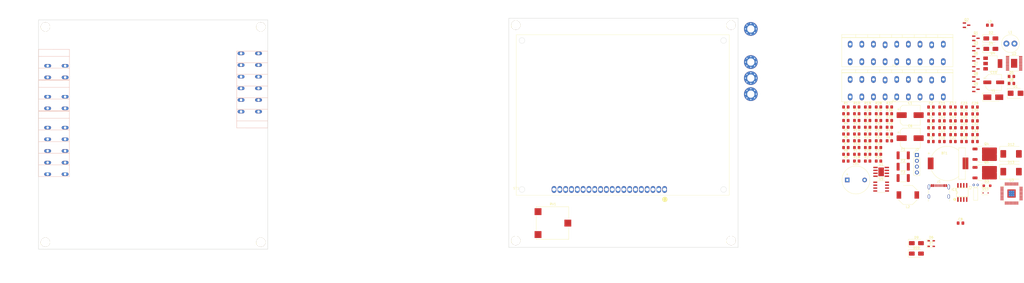
<source format=kicad_pcb>
(kicad_pcb (version 20221018) (generator pcbnew)
  (title_block (title "Master-Node") (date "2018-01-03") (rev "nhantt") (company "nhantt"))
  (layers (0 "F.Cu" signal) (31 "B.Cu" signal) (34 "B.Paste" user) (35 "F.Paste" user) (36 "B.SilkS" user "B.Silkscreen") (37 "F.SilkS" user "F.Silkscreen") (38 "B.Mask" user) (39 "F.Mask" user) (44 "Edge.Cuts" user))
  (net 0 "")
  (net 1 "Net-(BT1-+)")
  (net 2 "GND")
  (net 3 "+3V3")
  (net 4 "+5V")
  (net 5 "Net-(U1-Vi)")
  (net 6 "Net-(U3-~{NRST})")
  (net 7 "/ROTORY_B")
  (net 8 "/OSCI")
  (net 9 "/OSCO")
  (net 10 "/OSC32I")
  (net 11 "/OSC32O")
  (net 12 "VIN")
  (net 13 "/ROTORY_A")
  (net 14 "Net-(U3-VDDA)")
  (net 15 "/SW_Rotory")
  (net 16 "Net-(D2-A)")
  (net 17 "Net-(D3-A)")
  (net 18 "/LED_STT")
  (net 19 "/B")
  (net 20 "/A")
  (net 21 "Net-(D4-K)")
  (net 22 "Net-(D5-A)")
  (net 23 "/SWDIO")
  (net 24 "/SWCLK")
  (net 25 "Net-(D8-A)")
  (net 26 "Net-(D11-A)")
  (net 27 "Net-(D12-A1)")
  (net 28 "Net-(D13-A2)")
  (net 31 "/T+")
  (net 32 "/USB_DIS")
  (net 33 "/485_RX")
  (net 34 "/USBDP")
  (net 35 "/USBDM")
  (net 36 "/PWM_Heater")
  (net 37 "/ENA_Servo")
  (net 38 "/485_TX")
  (net 39 "/BT2")
  (net 40 "/DIR_Servo")
  (net 41 "/PWM_Servo")
  (net 42 "+24V Servo")
  (net 43 "/BT1")
  (net 44 "/I2C1_SCL")
  (net 45 "/I2C1_SDA")
  (net 46 "/MAX6675_CS")
  (net 47 "/IN1")
  (net 48 "/SPI1_MISO")
  (net 49 "Net-(J1-CC1)")
  (net 50 "/IN2")
  (net 51 "/IN3")
  (net 52 "Net-(J1-D+-PadA6)")
  (net 53 "/IN4")
  (net 54 "Net-(J1-D--PadA7)")
  (net 55 "Net-(J1-CC2)")
  (net 56 "Net-(Q1-B)")
  (net 57 "Net-(Q1-C)")
  (net 58 "Net-(Q3-B)")
  (net 59 "Net-(D7-K)")
  (net 60 "/PWM")
  (net 61 "/OUT3")
  (net 62 "/OUT4")
  (net 63 "/OUT1")
  (net 64 "/OUT2")
  (net 65 "Net-(Q4-G)")
  (net 66 "Net-(Q5-G)")
  (net 67 "Net-(Q6-B)")
  (net 68 "Net-(Q6-C)")
  (net 69 "Net-(Q7-B)")
  (net 70 "Net-(Q8-B)")
  (net 71 "Net-(Q9-B)")
  (net 72 "Net-(ST1-PSB)")
  (net 73 "Net-(ST1-BLK)")
  (net 74 "Net-(U3-BOOT0)")
  (net 75 "/PWM_1")
  (net 76 "Net-(Q2-B)")
  (net 77 "/PWM_2")
  (net 78 "Net-(D6-K)")
  (net 79 "Net-(U5-RO)")
  (net 80 "/CTR_DIR")
  (net 81 "/CTR_ENA")
  (net 82 "/BUZZER")
  (net 83 "Net-(ST1-Vo)")
  (net 85 "/LCD_BL")
  (net 93 "/LCD_RST")
  (net 94 "/LCD_CLK")
  (net 95 "/LCD_DATA")
  (net 96 "/LCD_CS")
  (net 98 "/SPI1_CLK")
  (net 99 "/SPI1_LCD_CS")
  (net 100 "/SPI1_MOSI")
  (net 101 "/SPI1_LCD_RST")
  (net 102 "/SPI1_LCD_BL")
  (net 103 "+24V")
  (net 108 "/Vout")
  (net 111 "/LCD_MOSI")
  (footprint "nhantt-kicad-lib:Vit-4mm" (layer "F.Cu") (at 187 33)
    (fp_text reference "REF**" (at 0 0.5) (layer "F.SilkS"))
    (fp_text value "Vit-4mm")
    (pad "1" thru_hole circle locked (at 0 0) (size 4 4) (drill 4) (layers "*.Cu" "*.Mask" "F.SilkS"))
  )
  (footprint "nhantt-kicad-lib:Vit-4mm" (layer "F.Cu") (at 187 127)
    (fp_text reference "REF**" (at 0 0.5) (layer "F.SilkS"))
    (fp_text value "Vit-4mm")
    (pad "1" thru_hole circle locked (at 0 0) (size 4 4) (drill 4) (layers "*.Cu" "*.Mask" "F.SilkS"))
  )
  (footprint "nhantt-kicad-lib:Vit-4mm" (layer "F.Cu") (at 93 127)
    (fp_text reference "REF**" (at 0 0.5) (layer "F.SilkS"))
    (fp_text value "Vit-4mm")
    (pad "1" thru_hole circle locked (at 0 0) (size 4 4) (drill 4) (layers "*.Cu" "*.Mask" "F.SilkS"))
  )
  (footprint "nhantt-kicad-lib:Vit-4mm" (layer "F.Cu") (at 93 33)
    (fp_text reference "REF**" (at 0 0.5) (layer "F.SilkS"))
    (fp_text value "Vit-4mm")
    (pad "1" thru_hole circle locked (at 0 0) (size 4 4) (drill 4) (layers "*.Cu" "*.Mask" "F.SilkS"))
  )
  (footprint "Capacitor_SMD:C_0805_2012Metric_Pad1.18x1.45mm_HandSolder" (layer "F.Cu") (at 278.99 77.77)
    (fp_text reference "C14" (at 0 -1.68) (layer "F.SilkS"))
    (fp_text value "100nF")
    (pad "1" smd roundrect (at -1.0375 0) (size 1.175 1.45) (layers "F.Cu" "F.Paste" "F.Mask") (roundrect_rratio 0.212766) (net 6 "Net-(U3-~{NRST})"))
    (pad "2" smd roundrect (at 1.0375 0) (size 1.175 1.45) (layers "F.Cu" "F.Paste" "F.Mask") (roundrect_rratio 0.212766) (net 2 "GND"))
  )
  (footprint "Resistor_SMD:R_0805_2012Metric_Pad1.20x1.40mm_HandSolder" (layer "F.Cu") (at 241.8 92.31)
    (fp_text reference "R18" (at 0 -1.65) (layer "F.SilkS"))
    (fp_text value "2.2k")
    (pad "1" smd roundrect (at -1 0) (size 1.2 1.4) (layers "F.Cu" "F.Paste" "F.Mask") (roundrect_rratio 0.208333) (net 76 "Net-(Q2-B)"))
    (pad "2" smd roundrect (at 1 0) (size 1.2 1.4) (layers "F.Cu" "F.Paste" "F.Mask") (roundrect_rratio 0.208333) (net 75 "/PWM_1"))
  )
  (footprint "nhantt-kicad-lib:Vit-4mm" (layer "F.Cu") (at -112.24 33.73)
    (fp_text reference "REF**" (at 0 0.5) (layer "F.SilkS"))
    (fp_text value "Vit-4mm")
    (pad "1" thru_hole circle (at 0 0) (size 4 4) (drill 4) (layers "*.Cu" "*.Mask" "F.SilkS"))
  )
  (footprint "Resistor_SMD:R_0805_2012Metric_Pad1.20x1.40mm_HandSolder" (layer "F.Cu") (at 237.05 86.41)
    (fp_text reference "R7" (at 0 -1.65) (layer "F.SilkS"))
    (fp_text value "22R")
    (pad "1" smd roundrect (at -1 0) (size 1.2 1.4) (layers "F.Cu" "F.Paste" "F.Mask") (roundrect_rratio 0.208333) (net 34 "/USBDP"))
    (pad "2" smd roundrect (at 1 0) (size 1.2 1.4) (layers "F.Cu" "F.Paste" "F.Mask") (roundrect_rratio 0.208333) (net 52 "Net-(J1-D+-PadA6)"))
  )
  (footprint "Crystal:Crystal_SMD_5032-2Pin_5.0x3.2mm_HandSoldering" (layer "F.Cu") (at 301.37 64.45)
    (fp_text reference "Y1" (at 0 -2.8) (layer "F.SilkS"))
    (fp_text value "8MHz")
    (pad "1" smd rect (at -2.6 0) (size 3.5 2.4) (layers "F.Cu" "F.Paste" "F.Mask") (net 8 "/OSCI"))
    (pad "2" smd rect (at 2.6 0) (size 3.5 2.4) (layers "F.Cu" "F.Paste" "F.Mask") (net 9 "/OSCO"))
  )
  (footprint "Resistor_SMD:R_0805_2012Metric_Pad1.20x1.40mm_HandSolder" (layer "F.Cu") (at 246.55 71.66)
    (fp_text reference "R20" (at 0 -1.65) (layer "F.SilkS"))
    (fp_text value "10k")
    (pad "1" smd roundrect (at -1 0) (size 1.2 1.4) (layers "F.Cu" "F.Paste" "F.Mask") (roundrect_rratio 0.208333) (net 78 "Net-(D6-K)"))
    (pad "2" smd roundrect (at 1 0) (size 1.2 1.4) (layers "F.Cu" "F.Paste" "F.Mask") (roundrect_rratio 0.208333) (net 103 "+24V"))
  )
  (footprint "Capacitor_SMD:C_0805_2012Metric_Pad1.18x1.45mm_HandSolder" (layer "F.Cu") (at 283.8 77.77)
    (fp_text reference "C20" (at 0 -1.68) (layer "F.SilkS"))
    (fp_text value "100nF")
    (pad "1" smd roundrect (at -1.0375 0) (size 1.175 1.45) (layers "F.Cu" "F.Paste" "F.Mask") (roundrect_rratio 0.212766) (net 3 "+3V3"))
    (pad "2" smd roundrect (at 1.0375 0) (size 1.175 1.45) (layers "F.Cu" "F.Paste" "F.Mask") (roundrect_rratio 0.212766) (net 2 "GND"))
  )
  (footprint "Lib_Hien:MAX6675" (layer "F.Cu") (at 287.855815 106.0044)
    (fp_text reference "IC1" (at -3.556 -1.27 180) (layer "F.SilkS"))
    (fp_text value "MAX6675")
    (pad "1" smd rect (at -1.905 3.0734) (size 0.6604 2.032) (layers "F.Cu" "F.Paste" "F.Mask") (net 2 "GND"))
    (pad "2" smd rect (at -0.635 3.0734) (size 0.6604 2.032) (layers "F.Cu" "F.Paste" "F.Mask") (net 2 "GND"))
    (pad "3" smd rect (at 0.635 3.0734) (size 0.6604 2.032) (layers "F.Cu" "F.Paste" "F.Mask") (net 31 "/T+"))
    (pad "4" smd rect (at 1.905 3.0734) (size 0.6604 2.032) (layers "F.Cu" "F.Paste" "F.Mask") (net 3 "+3V3"))
    (pad "5" smd rect (at 1.905 -3.0734) (size 0.6604 2.032) (layers "F.Cu" "F.Paste" "F.Mask") (net 98 "/SPI1_CLK"))
    (pad "6" smd rect (at 0.635 -3.0734) (size 0.6604 2.032) (layers "F.Cu" "F.Paste" "F.Mask") (net 46 "/MAX6675_CS"))
    (pad "7" smd rect (at -0.635 -3.0734) (size 0.6604 2.032) (layers "F.Cu" "F.Paste" "F.Mask") (net 48 "/SPI1_MISO"))
    (pad "8" smd rect (at -1.905 -3.0734) (size 0.6604 2.032) (layers "F.Cu" "F.Paste" "F.Mask"))
  )
  (footprint "Connector_PinHeader_2.54mm:PinHeader_1x04_P2.54mm_Vertical" (layer "F.Cu") (at 268.04 89.66)
    (fp_text reference "J2" (at 0 -2.33) (layer "F.SilkS"))
    (fp_text value "CONN_01X04")
    (pad "1" thru_hole rect (at 0 0) (size 1.7 1.7) (drill 1) (layers "*.Cu" "*.Mask") (net 3 "+3V3"))
    (pad "2" thru_hole oval (at 0 2.54) (size 1.7 1.7) (drill 1) (layers "*.Cu" "*.Mask") (net 2 "GND"))
    (pad "3" thru_hole oval (at 0 5.08) (size 1.7 1.7) (drill 1) (layers "*.Cu" "*.Mask") (net 23 "/SWDIO"))
    (pad "4" thru_hole oval (at 0 7.62) (size 1.7 1.7) (drill 1) (layers "*.Cu" "*.Mask") (net 24 "/SWCLK"))
  )
  (footprint "Package_TO_SOT_SMD:SOT-23" (layer "F.Cu") (at 293.8 38.75)
    (fp_text reference "Q1" (at 0 -2.4) (layer "F.SilkS"))
    (fp_text value "C1815")
    (pad "1" smd roundrect (at -0.9375 -0.95) (size 1.475 0.6) (layers "F.Cu" "F.Paste" "F.Mask") (net 56 "Net-(Q1-B)"))
    (pad "2" smd roundrect (at -0.9375 0.95) (size 1.475 0.6) (layers "F.Cu" "F.Paste" "F.Mask") (net 2 "GND"))
    (pad "3" smd roundrect (at 0.9375 0) (size 1.475 0.6) (layers "F.Cu" "F.Paste" "F.Mask") (net 57 "Net-(Q1-C)"))
  )
  (footprint "Resistor_SMD:R_0805_2012Metric_Pad1.20x1.40mm_HandSolder" (layer "F.Cu") (at 246.55 68.71)
    (fp_text reference "R19" (at 0 -1.65) (layer "F.SilkS"))
    (fp_text value "2.2k")
    (pad "1" smd roundrect (at -1 0) (size 1.2 1.4) (layers "F.Cu" "F.Paste" "F.Mask") (roundrect_rratio 0.208333) (net 58 "Net-(Q3-B)"))
    (pad "2" smd roundrect (at 1 0) (size 1.2 1.4) (layers "F.Cu" "F.Paste" "F.Mask") (roundrect_rratio 0.208333) (net 77 "/PWM_2"))
  )
  (footprint "Diode_SMD:D_SMA" (layer "F.Cu") (at 300.315 38.8)
    (fp_text reference "D2" (at 0 -2.5) (layer "F.SilkS"))
    (fp_text value "1N4148")
    (pad "1" smd roundrect (at -2 0) (size 2.5 1.8) (layers "F.Cu" "F.Paste" "F.Mask") (roundrect_rratio 0.1388888889) (net 103 "+24V"))
    (pad "2" smd roundrect (at 2 0) (size 2.5 1.8) (layers "F.Cu" "F.Paste" "F.Mask") (roundrect_rratio 0.1388888889) (net 16 "Net-(D2-A)"))
  )
  (footprint "Lib_Hien:VIT-M3" (layer "F.Cu") (at 195.58 56.1086)
    (fp_text reference "V3" (at 0 -0.5 unlocked) (layer "F.SilkS"))
    (fp_text value "VIT-M3")
    (pad "" thru_hole circle (at -2.3114 0) (size 1 1) (drill 0.5) (layers "*.Cu" "*.Mask"))
    (pad "" thru_hole circle (at -1.7272 1.6002) (size 1 1) (drill 0.5) (layers "*.Cu" "*.Mask"))
    (pad "" thru_hole circle (at -1.6764 -1.6256) (size 1 1) (drill 0.5) (layers "*.Cu" "*.Mask"))
    (pad "" thru_hole circle (at 0 -2.3368) (size 1 1) (drill 0.5) (layers "*.Cu" "*.Mask"))
    (pad "" thru_hole circle (at 0 2.3114) (size 1 1) (drill 0.5) (layers "*.Cu" "*.Mask"))
    (pad "" thru_hole circle (at 1.6256 -1.6256) (size 1 1) (drill 0.5) (layers "*.Cu" "*.Mask"))
    (pad "" thru_hole circle (at 1.6256 1.6002) (size 1 1) (drill 0.5) (layers "*.Cu" "*.Mask"))
    (pad "" thru_hole circle (at 2.3114 -0.0254) (size 1 1) (drill 0.5) (layers "*.Cu" "*.Mask"))
    (pad "1" thru_hole circle (at 0 0) (size 6 6) (drill 3.2) (layers "*.Cu" "*.Mask"))
  )
  (footprint "Lib_Hien:VIT-M3" (layer "F.Cu") (at 195.58 34.6456)
    (fp_text reference "V1" (at 0 -0.5 unlocked) (layer "F.SilkS"))
    (fp_text value "VIT-M3")
    (pad "" thru_hole circle (at -2.3114 0) (size 1 1) (drill 0.5) (layers "*.Cu" "*.Mask"))
    (pad "" thru_hole circle (at -1.7272 1.6002) (size 1 1) (drill 0.5) (layers "*.Cu" "*.Mask"))
    (pad "" thru_hole circle (at -1.6764 -1.6256) (size 1 1) (drill 0.5) (layers "*.Cu" "*.Mask"))
    (pad "" thru_hole circle (at 0 -2.3368) (size 1 1) (drill 0.5) (layers "*.Cu" "*.Mask"))
    (pad "" thru_hole circle (at 0 2.3114) (size 1 1) (drill 0.5) (layers "*.Cu" "*.Mask"))
    (pad "" thru_hole circle (at 1.6256 -1.6256) (size 1 1) (drill 0.5) (layers "*.Cu" "*.Mask"))
    (pad "" thru_hole circle (at 1.6256 1.6002) (size 1 1) (drill 0.5) (layers "*.Cu" "*.Mask"))
    (pad "" thru_hole circle (at 2.3114 -0.0254) (size 1 1) (drill 0.5) (layers "*.Cu" "*.Mask"))
    (pad "1" thru_hole circle (at 0 0) (size 6 6) (drill 3.2) (layers "*.Cu" "*.Mask"))
  )
  (footprint "Capacitor_SMD:C_0805_2012Metric_Pad1.18x1.45mm_HandSolder" (layer "F.Cu") (at 293.42 77.77)
    (fp_text reference "C32" (at 0 -1.68) (layer "F.SilkS"))
    (fp_text value "100nF")
    (pad "1" smd roundrect (at -1.0375 0) (size 1.175 1.45) (layers "F.Cu" "F.Paste" "F.Mask") (roundrect_rratio 0.212766) (net 4 "+5V"))
    (pad "2" smd roundrect (at 1.0375 0) (size 1.175 1.45) (layers "F.Cu" "F.Paste" "F.Mask") (roundrect_rratio 0.212766) (net 2 "GND"))
  )
  (footprint "Package_TO_SOT_SMD:TO-252-2" (layer "F.Cu") (at 298.44 89.32)
    (fp_text reference "Q4" (at 0 -4.5) (layer "F.SilkS"))
    (fp_text value "ME15N10")
    (pad "1" smd roundrect (at -5.04 -2.28) (size 2.2 1.2) (layers "F.Cu" "F.Paste" "F.Mask") (roundrect_rratio 0.208333) (net 65 "Net-(Q4-G)"))
    (pad "2" smd roundrect (at -0.415 -1.525) (size 3.05 2.75) (layers "F.Cu" "F.Paste") (roundrect_rratio 0.090909) (net 36 "/PWM_Heater"))
    (pad "2" smd roundrect (at -0.415 1.525) (size 3.05 2.75) (layers "F.Cu" "F.Paste") (roundrect_rratio 0.090909) (net 36 "/PWM_Heater"))
    (pad "2" smd roundrect (at 1.26 0) (size 6.4 5.8) (layers "F.Cu" "F.Mask") (roundrect_rratio 0.043103) (net 36 "/PWM_Heater"))
    (pad "2" smd roundrect (at 2.935 -1.525) (size 3.05 2.75) (layers "F.Cu" "F.Paste") (roundrect_rratio 0.090909) (net 36 "/PWM_Heater"))
    (pad "2" smd roundrect (at 2.935 1.525) (size 3.05 2.75) (layers "F.Cu" "F.Paste") (roundrect_rratio 0.090909) (net 36 "/PWM_Heater"))
    (pad "3" smd roundrect (at -5.04 2.28) (size 2.2 1.2) (layers "F.Cu" "F.Paste" "F.Mask") (roundrect_rratio 0.208333) (net 2 "GND"))
  )
  (footprint "Capacitor_SMD:C_0805_2012Metric_Pad1.18x1.45mm_HandSolder" (layer "F.Cu") (at 288.61 68.74)
    (fp_text reference "C23" (at 0 -1.68) (layer "F.SilkS"))
    (fp_text value "100nF")
    (pad "1" smd roundrect (at -1.0375 0) (size 1.175 1.45) (layers "F.Cu" "F.Paste" "F.Mask") (roundrect_rratio 0.212766) (net 7 "/ROTORY_B"))
    (pad "2" smd roundrect (at 1.0375 0) (size 1.175 1.45) (layers "F.Cu" "F.Paste" "F.Mask") (roundrect_rratio 0.212766) (net 2 "GND"))
  )
  (footprint "nhantt-kicad-lib:Vit-4mm" (layer "F.Cu") (at -112.24 127.73)
    (fp_text reference "REF**" (at 0 0.5) (layer "F.SilkS"))
    (fp_text value "Vit-4mm")
    (pad "1" thru_hole circle (at 0 0) (size 4 4) (drill 4) (layers "*.Cu" "*.Mask" "F.SilkS"))
  )
  (footprint "Capacitor_SMD:CP_Elec_6.3x9.9" (layer "F.Cu") (at 301.57 57.95)
    (fp_text reference "C10" (at 0 -4.35) (layer "F.SilkS"))
    (fp_text value "180uF_35v")
    (pad "1" smd roundrect (at -2.8 0) (size 3.5 1.6) (layers "F.Cu" "F.Paste" "F.Mask") (roundrect_rratio 0.15625) (net 4 "+5V"))
    (pad "2" smd roundrect (at 2.8 0) (size 3.5 1.6) (layers "F.Cu" "F.Paste" "F.Mask") (roundrect_rratio 0.15625) (net 2 "GND"))
  )
  (footprint "Lib_Hien:VIT-M3" (layer "F.Cu") (at 195.58 49.1086)
    (fp_text reference "V2" (at 0 -0.5 unlocked) (layer "F.SilkS"))
    (fp_text value "VIT-M3")
    (pad "" thru_hole circle (at -2.3114 0) (size 1 1) (drill 0.5) (layers "*.Cu" "*.Mask"))
    (pad "" thru_hole circle (at -1.7272 1.6002) (size 1 1) (drill 0.5) (layers "*.Cu" "*.Mask"))
    (pad "" thru_hole circle (at -1.6764 -1.6256) (size 1 1) (drill 0.5) (layers "*.Cu" "*.Mask"))
    (pad "" thru_hole circle (at 0 -2.3368) (size 1 1) (drill 0.5) (layers "*.Cu" "*.Mask"))
    (pad "" thru_hole circle (at 0 2.3114) (size 1 1) (drill 0.5) (layers "*.Cu" "*.Mask"))
    (pad "" thru_hole circle (at 1.6256 -1.6256) (size 1 1) (drill 0.5) (layers "*.Cu" "*.Mask"))
    (pad "" thru_hole circle (at 1.6256 1.6002) (size 1 1) (drill 0.5) (layers "*.Cu" "*.Mask"))
    (pad "" thru_hole circle (at 2.3114 -0.0254) (size 1 1) (drill 0.5) (layers "*.Cu" "*.Mask"))
    (pad "1" thru_hole circle (at 0 0) (size 6 6) (drill 3.2) (layers "*.Cu" "*.Mask"))
  )
  (footprint "Resistor_SMD:R_0805_2012Metric_Pad1.20x1.40mm_HandSolder" (layer "F.Cu") (at 241.8 86.41)
    (fp_text reference "R16" (at 0 -1.65) (layer "F.SilkS"))
    (fp_text value "1k")
    (pad "1" smd roundrect (at -1 0) (size 1.2 1.4) (layers "F.Cu" "F.Paste" "F.Mask") (roundrect_rratio 0.208333) (net 22 "Net-(D5-A)"))
    (pad "2" smd roundrect (at 1 0) (size 1.2 1.4) (layers "F.Cu" "F.Paste" "F.Mask") (roundrect_rratio 0.208333) (net 4 "+5V"))
  )
  (footprint "Diode_SMD:D_SMA" (layer "F.Cu") (at 267.8225 128.14)
    (fp_text reference "D9" (at 0 -2.5) (layer "F.SilkS"))
    (fp_text value "FR107")
    (pad "1" smd roundrect (at -2 0) (size 2.5 1.8) (layers "F.Cu" "F.Paste" "F.Mask") (roundrect_rratio 0.1388888889) (net 103 "+24V"))
    (pad "2" smd roundrect (at 2 0) (size 2.5 1.8) (layers "F.Cu" "F.Paste" "F.Mask") (roundrect_rratio 0.1388888889) (net 36 "/PWM_Heater"))
  )
  (footprint "Resistor_SMD:R_0805_2012Metric_Pad1.20x1.40mm_HandSolder" (layer "F.Cu") (at 256.05 83.46)
    (fp_text reference "Re1" (at 0 -1.65) (layer "F.SilkS"))
    (fp_text value "2.2k")
    (pad "1" smd roundrect (at -1 0) (size 1.2 1.4) (layers "F.Cu" "F.Paste" "F.Mask") (roundrect_rratio 0.208333) (net 77 "/PWM_2"))
    (pad "2" smd roundrect (at 1 0) (size 1.2 1.4) (layers "F.Cu" "F.Paste" "F.Mask") (roundrect_rratio 0.208333) (net 3 "+3V3"))
  )
  (footprint "Diode_SMD:D_SC-80_HandSoldering" (layer "F.Cu") (at 274.3125 129.54)
    (fp_text reference "D7" (at 0 -1.5) (layer "F.SilkS"))
    (fp_text value "D_Zener")
    (pad "1" smd roundrect (at -1.1 0) (size 1.1 0.6) (layers "F.Cu" "F.Paste" "F.Mask") (net 59 "Net-(D7-K)"))
    (pad "2" smd roundrect (at 1.1 0) (size 1.1 0.6) (layers "F.Cu" "F.Paste" "F.Mask") (net 2 "GND"))
  )
  (footprint "Lib_Hien:VIT-M3" (layer "F.Cu") (at 195.58 63.1086)
    (fp_text reference "V4" (at 0 -0.5 unlocked) (layer "F.SilkS"))
    (fp_text value "VIT-M3")
    (pad "" thru_hole circle (at -2.3114 0) (size 1 1) (drill 0.5) (layers "*.Cu" "*.Mask"))
    (pad "" thru_hole circle (at -1.7272 1.6002) (size 1 1) (drill 0.5) (layers "*.Cu" "*.Mask"))
    (pad "" thru_hole circle (at -1.6764 -1.6256) (size 1 1) (drill 0.5) (layers "*.Cu" "*.Mask"))
    (pad "" thru_hole circle (at 0 -2.3368) (size 1 1) (drill 0.5) (layers "*.Cu" "*.Mask"))
    (pad "" thru_hole circle (at 0 2.3114) (size 1 1) (drill 0.5) (layers "*.Cu" "*.Mask"))
    (pad "" thru_hole circle (at 1.6256 -1.6256) (size 1 1) (drill 0.5) (layers "*.Cu" "*.Mask"))
    (pad "" thru_hole circle (at 1.6256 1.6002) (size 1 1) (drill 0.5) (layers "*.Cu" "*.Mask"))
    (pad "" thru_hole circle (at 2.3114 -0.0254) (size 1 1) (drill 0.5) (layers "*.Cu" "*.Mask"))
    (pad "1" thru_hole circle (at 0 0) (size 6 6) (drill 3.2) (layers "*.Cu" "*.Mask"))
  )
  (footprint "Package_SO:HTSSOP-20-1EP_4.4x6.5mm_P0.65mm_EP2.74x3.86mm" (layer "F.Cu") (at 310.47 49.65)
    (fp_text reference "U2" (at 0 -4.2) (layer "F.SilkS"))
    (fp_text value "74HC245")
    (pad "1" smd roundrect (at -2.8625 -2.925) (size 1.475 0.4) (layers "F.Cu" "F.Paste" "F.Mask") (net 4 "+5V"))
    (pad "2" smd roundrect (at -2.8625 -2.275) (size 1.475 0.4) (layers "F.Cu" "F.Paste" "F.Mask") (net 99 "/SPI1_LCD_CS"))
    (pad "3" smd roundrect (at -2.8625 -1.625) (size 1.475 0.4) (layers "F.Cu" "F.Paste" "F.Mask") (net 98 "/SPI1_CLK"))
    (pad "4" smd roundrect (at -2.8625 -0.975) (size 1.475 0.4) (layers "F.Cu" "F.Paste" "F.Mask") (net 100 "/SPI1_MOSI"))
    (pad "5" smd roundrect (at -2.8625 -0.325) (size 1.475 0.4) (layers "F.Cu" "F.Paste" "F.Mask") (net 101 "/SPI1_LCD_RST"))
    (pad "6" smd roundrect (at -2.8625 0.325) (size 1.475 0.4) (layers "F.Cu" "F.Paste" "F.Mask") (net 102 "/SPI1_LCD_BL"))
    (pad "7" smd roundrect (at -2.8625 0.975) (size 1.475 0.4) (layers "F.Cu" "F.Paste" "F.Mask"))
    (pad "8" smd roundrect (at -2.8625 1.625) (size 1.475 0.4) (layers "F.Cu" "F.Paste" "F.Mask"))
    (pad "9" smd roundrect (at -2.8625 2.275) (size 1.475 0.4) (layers "F.Cu" "F.Paste" "F.Mask"))
    (pad "10" smd roundrect (at -2.8625 2.925) (size 1.475 0.4) (layers "F.Cu" "F.Paste" "F.Mask") (net 2 "GND"))
    (pad "11" smd roundrect (at 2.8625 2.925) (size 1.475 0.4) (layers "F.Cu" "F.Paste" "F.Mask"))
    (pad "12" smd roundrect (at 2.8625 2.275) (size 1.475 0.4) (layers "F.Cu" "F.Paste" "F.Mask"))
    (pad "13" smd roundrect (at 2.8625 1.625) (size 1.475 0.4) (layers "F.Cu" "F.Paste" "F.Mask"))
    (pad "14" smd roundrect (at 2.8625 0.975) (size 1.475 0.4) (layers "F.Cu" "F.Paste" "F.Mask") (net 85 "/LCD_BL"))
    (pad "15" smd roundrect (at 2.8625 0.325) (size 1.475 0.4) (layers "F.Cu" "F.Paste" "F.Mask") (net 93 "/LCD_RST"))
    (pad "16" smd roundrect (at 2.8625 -0.325) (size 1.475 0.4) (layers "F.Cu" "F.Paste" "F.Mask") (net 111 "/LCD_MOSI"))
    (pad "17" smd roundrect (at 2.8625 -0.975) (size 1.475 0.4) (layers "F.Cu" "F.Paste" "F.Mask") (net 94 "/LCD_CLK"))
    (pad "18" smd roundrect (at 2.8625 -1.625) (size 1.475 0.4) (layers "F.Cu" "F.Paste" "F.Mask") (net 96 "/LCD_CS"))
    (pad "19" smd roundrect (at 2.8625 -2.275) (size 1.475 0.4) (layers "F.Cu" "F.Paste" "F.Mask") (net 2 "GND"))
    (pad "20" smd roundrect (at 2.8625 -2.925) (size 1.475 0.4) (layers "F.Cu" "F.Paste" "F.Mask") (net 4 "+5V"))
    (pad "21" smd rect (at 0 0) (size 2.74 3.86) (layers "F.Cu" "F.Mask"))
  )
  (footprint "Fuse:Fuse_1812_4532Metric_Pad1.30x3.40mm_HandSolder" (layer "F.Cu") (at 262.07 99.71)
    (fp_text reference "F3" (at 0 -2.65) (layer "F.SilkS"))
    (fp_text value "Fuse")
    (pad "1" smd roundrect (at -2.225 0) (size 1.3 3.4) (layers "F.Cu" "F.Paste" "F.Mask") (roundrect_rratio 0.192308) (net 27 "Net-(D12-A1)"))
    (pad "2" smd roundrect (at 2.225 0) (size 1.3 3.4) (layers "F.Cu" "F.Paste" "F.Mask") (roundrect_rratio 0.192308) (net 20 "/A"))
  )
  (footprint "Package_TO_SOT_SMD:SOT-23" (layer "F.Cu") (at 289.715 33.02)
    (fp_text reference "Q2" (at 0 -2.4) (layer "F.SilkS"))
    (fp_text value "C1815")
    (pad "1" smd roundrect (at -0.9375 -0.95) (size 1.475 0.6) (layers "F.Cu" "F.Paste" "F.Mask") (net 76 "Net-(Q2-B)"))
    (pad "2" smd roundrect (at -0.9375 0.95) (size 1.475 0.6) (layers "F.Cu" "F.Paste" "F.Mask") (net 2 "GND"))
    (pad "3" smd roundrect (at 0.9375 0) (size 1.475 0.6) (layers "F.Cu" "F.Paste" "F.Mask") (net 78 "Net-(D6-K)"))
  )
  (footprint "Diode_SMD:D_SMA" (layer "F.Cu") (at 300.315 43.35)
    (fp_text reference "D4" (at 0 -2.5) (layer "F.SilkS"))
    (fp_text value "1N5820")
    (pad "1" smd roundrect (at -2 0) (size 2.5 1.8) (layers "F.Cu" "F.Paste" "F.Mask") (roundrect_rratio 0.1388888889) (net 21 "Net-(D4-K)"))
    (pad "2" smd roundrect (at 2 0) (size 2.5 1.8) (layers "F.Cu" "F.Paste" "F.Mask") (roundrect_rratio 0.1388888889) (net 2 "GND"))
  )
  (footprint "Resistor_SMD:R_0805_2012Metric_Pad1.20x1.40mm_HandSolder" (layer "F.Cu") (at 237.05 71.66)
    (fp_text reference "R2" (at 0 -1.65) (layer "F.SilkS"))
    (fp_text value "220R")
    (pad "1" smd roundrect (at -1 0) (size 1.2 1.4) (layers "F.Cu" "F.Paste" "F.Mask") (roundrect_rratio 0.208333) (net 73 "Net-(ST1-BLK)"))
    (pad "2" smd roundrect (at 1 0) (size 1.2 1.4) (layers "F.Cu" "F.Paste" "F.Mask") (roundrect_rratio 0.208333) (net 57 "Net-(Q1-C)"))
  )
  (footprint "Diode_SMD:D_SC-80_HandSoldering" (layer "F.Cu") (at 274.3125 127.09)
    (fp_text reference "D6" (at 0 -1.5) (layer "F.SilkS"))
    (fp_text value "D_Zener")
    (pad "1" smd roundrect (at -1.1 0) (size 1.1 0.6) (layers "F.Cu" "F.Paste" "F.Mask") (net 78 "Net-(D6-K)"))
    (pad "2" smd roundrect (at 1.1 0) (size 1.1 0.6) (layers "F.Cu" "F.Paste" "F.Mask") (net 2 "GND"))
  )
  (footprint "Capacitor_SMD:C_0805_2012Metric_Pad1.18x1.45mm_HandSolder" (layer "F.Cu") (at 283.8 68.74)
    (fp_text reference "C17" (at 0 -1.68) (layer "F.SilkS"))
    (fp_text value "22pF")
    (pad "1" smd roundrect (at -1.0375 0) (size 1.175 1.45) (layers "F.Cu" "F.Paste" "F.Mask") (roundrect_rratio 0.212766) (net 8 "/OSCI"))
    (pad "2" smd roundrect (at 1.0375 0) (size 1.175 1.45) (layers "F.Cu" "F.Paste" "F.Mask") (roundrect_rratio 0.212766) (net 2 "GND"))
  )
  (footprint "Package_SO:SOIC-8-1EP_3.9x4.9mm_P1.27mm_EP2.41x3.81mm" (layer "F.Cu") (at 252.45 97.01)
    (fp_text reference "U1" (at 0 -3.4) (layer "F.SilkS"))
    (fp_text value "XL1509")
    (pad "1" smd roundrect (at -2.475 -1.905) (size 1.95 0.6) (layers "F.Cu" "F.Paste" "F.Mask") (net 5 "Net-(U1-Vi)"))
    (pad "2" smd roundrect (at -2.475 -0.635) (size 1.95 0.6) (layers "F.Cu" "F.Paste" "F.Mask") (net 21 "Net-(D4-K)"))
    (pad "3" smd roundrect (at -2.475 0.635) (size 1.95 0.6) (layers "F.Cu" "F.Paste" "F.Mask") (net 4 "+5V"))
    (pad "4" smd roundrect (at -2.475 1.905) (size 1.95 0.6) (layers "F.Cu" "F.Paste" "F.Mask") (net 2 "GND"))
    (pad "5" smd roundrect (at 2.475 1.905) (size 1.95 0.6) (layers "F.Cu" "F.Paste" "F.Mask") (net 2 "GND"))
    (pad "6" smd roundrect (at 2.475 0.635) (size 1.95 0.6) (layers "F.Cu" "F.Paste" "F.Mask"))
    (pad "7" smd roundrect (at 2.475 -0.635) (size 1.95 0.6) (layers "F.Cu" "F.Paste" "F.Mask"))
    (pad "8" smd roundrect (at 2.475 -1.905) (size 1.95 0.6) (layers "F.Cu" "F.Paste" "F.Mask"))
    (pad "9" smd rect (at 0 0) (size 2.41 3.81) (layers "F.Cu" "F.Mask"))
  )
  (footprint "Diode_SMD:D_SOD-323F" (layer "F.Cu") (at 298.045 106.22)
    (fp_text reference "D11" (at 0 -1.85) (layer "F.SilkS"))
    (fp_text value "D")
    (pad "1" smd roundrect (at -1.1 0) (size 0.5 0.5) (layers "F.Cu" "F.Paste" "F.Mask") (net 4 "+5V"))
    (pad "2" smd roundrect (at 1.1 0) (size 0.5 0.5) (layers "F.Cu" "F.Paste" "F.Mask") (net 26 "Net-(D11-A)"))
  )
  (footprint "Capacitor_SMD:C_0805_2012Metric_Pad1.18x1.45mm_HandSolder" (layer "F.Cu") (at 288.61 77.77)
    (fp_text reference "C26" (at 0 -1.68) (layer "F.SilkS"))
    (fp_text value "10uF")
    (pad "1" smd roundrect (at -1.0375 0) (size 1.175 1.45) (layers "F.Cu" "F.Paste" "F.Mask") (roundrect_rratio 0.212766) (net 3 "+3V3"))
    (pad "2" smd roundrect (at 1.0375 0) (size 1.175 1.45) (layers "F.Cu" "F.Paste" "F.Mask") (roundrect_rratio 0.212766) (net 2 "GND"))
  )
  (footprint "Potentiometer_SMD:Potentiometer_ACP_CA14-VSMD_Vertical_Hole" (layer "F.Cu") (at 109.22 119.38)
    (fp_text reference "RV1" (at 0 -8.25) (layer "F.SilkS"))
    (fp_text value "100K")
    (pad "" np_thru_hole circle (at -0.2 0) (size 7 7) (drill 7) (layers "*.Cu" "*.Mask"))
    (pad "1" smd rect (at -6.5 5) (size 3 3) (layers "F.Cu" "F.Paste" "F.Mask") (net 4 "+5V"))
    (pad "2" smd rect (at 6.5 0) (size 3 3) (layers "F.Cu" "F.Paste" "F.Mask") (net 83 "Net-(ST1-Vo)"))
    (pad "3" smd rect (at -6.5 -5) (size 3 3) (layers "F.Cu" "F.Paste" "F.Mask") (net 2 "GND"))
  )
  (footprint "Resistor_SMD:R_0805_2012Metric_Pad1.20x1.40mm_HandSolder" (layer "F.Cu") (at 256.05 80.51)
    (fp_text reference "R41" (at 0 -1.65) (layer "F.SilkS"))
    (fp_text value "10k")
    (pad "1" smd roundrect (at -1 0) (size 1.2 1.4) (layers "F.Cu" "F.Paste" "F.Mask") (roundrect_rratio 0.208333) (net 40 "/DIR_Servo"))
    (pad "2" smd roundrect (at 1 0) (size 1.2 1.4) (layers "F.Cu" "F.Paste" "F.Mask") (roundrect_rratio 0.208333) (net 103 "+24V"))
  )
  (footprint "Fuse:Fuse_1812_4532Metric_Pad1.30x3.40mm_HandSolder" (layer "F.Cu") (at 262.07 94.76)
    (fp_text reference "F2" (at 0 -2.65) (layer "F.SilkS"))
    (fp_text value "Fuse")
    (pad "1" smd roundrect (at -2.225 0) (size 1.3 3.4) (layers "F.Cu" "F.Paste" "F.Mask") (roundrect_rratio 0.192308) (net 28 "Net-(D13-A2)"))
    (pad "2" smd roundrect (at 2.225 0) (size 1.3 3.4) (layers "F.Cu" "F.Paste" "F.Mask") (roundrect_rratio 0.192308) (net 19 "/B"))
  )
  (footprint "nhantt-kicad-lib:Vit-4mm" (layer "F.Cu") (at -18.24 127.73)
    (fp_text reference "REF**" (at 0 0.5) (layer "F.SilkS"))
    (fp_text value "Vit-4mm")
    (pad "1" thru_hole circle (at 0 0) (size 4 4) (drill 4) (layers "*.Cu" "*.Mask" "F.SilkS"))
  )
  (footprint "Resistor_SMD:R_0805_2012Metric_Pad1.20x1.40mm_HandSolder" (layer "F.Cu") (at 251.3 89.36)
    (fp_text reference "R35" (at 0 -1.65) (layer "F.SilkS"))
    (fp_text value "2.2k")
    (pad "1" smd roundrect (at -1 0) (size 1.2 1.4) (layers "F.Cu" "F.Paste" "F.Mask") (roundrect_rratio 0.208333) (net 71 "Net-(Q9-B)"))
    (pad "2" smd roundrect (at 1 0) (size 1.2 1.4) (layers "F.Cu" "F.Paste" "F.Mask") (roundrect_rratio 0.208333) (net 81 "/CTR_ENA"))
  )
  (footprint "Capacitor_SMD:C_0805_2012Metric_Pad1.18x1.45mm_HandSolder" (layer "F.Cu") (at 288.61 71.75)
    (fp_text reference "C24" (at 0 -1.68) (layer "F.SilkS"))
    (fp_text value "100nF")
    (pad "1" smd roundrect (at -1.0375 0) (size 1.175 1.45) (layers "F.Cu" "F.Paste" "F.Mask") (roundrect_rratio 0.212766) (net 3 "+3V3"))
    (pad "2" smd roundrect (at 1.0375 0) (size 1.175 1.45) (layers "F.Cu" "F.Paste" "F.Mask") (roundrect_rratio 0.212766) (net 2 "GND"))
  )
  (footprint "Package_TO_SOT_SMD:SOT-23" (layer "F.Cu") (at 293.8 43.2)
    (fp_text reference "Q3" (at 0 -2.4) (layer "F.SilkS"))
    (fp_text value "C1815")
    (pad "1" smd roundrect (at -0.9375 -0.95) (size 1.475 0.6) (layers "F.Cu" "F.Paste" "F.Mask") (net 58 "Net-(Q3-B)"))
    (pad "2" smd roundrect (at -0.9375 0.95) (size 1.475 0.6) (layers "F.Cu" "F.Paste" "F.Mask") (net 2 "GND"))
    (pad "3" smd roundrect (at 0.9375 0) (size 1.475 0.6) (layers "F.Cu" "F.Paste" "F.Mask") (net 59 "Net-(D7-K)"))
  )
  (footprint "Capacitor_SMD:C_0805_2012Metric_Pad1.18x1.45mm_HandSolder" (layer "F.Cu") (at 278.99 83.79)
    (fp_text reference "C16" (at 0 -1.68) (layer "F.SilkS"))
    (fp_text value "22pF")
    (pad "1" smd roundrect (at -1.0375 0) (size 1.175 1.45) (layers "F.Cu" "F.Paste" "F.Mask") (roundrect_rratio 0.212766) (net 2 "GND"))
    (pad "2" smd roundrect (at 1.0375 0) (size 1.175 1.45) (layers "F.Cu" "F.Paste" "F.Mask") (roundrect_rratio 0.212766) (net 11 "/OSC32O"))
  )
  (footprint "Fuse:Fuse_1812_4532Metric_Pad1.30x3.40mm_HandSolder" (layer "F.Cu") (at 262.07 89.81)
    (fp_text reference "F1" (at 0 -2.65) (layer "F.SilkS"))
    (fp_text value "Fuse")
    (pad "1" smd roundrect (at -2.225 0) (size 1.3 3.4) (layers "F.Cu" "F.Paste" "F.Mask") (roundrect_rratio 0.192308) (net 12 "VIN"))
    (pad "2" smd roundrect (at 2.225 0) (size 1.3 3.4) (layers "F.Cu" "F.Paste" "F.Mask") (roundrect_rratio 0.192308) (net 16 "Net-(D2-A)"))
  )
  (footprint "Capacitor_SMD:C_0805_2012Metric_Pad1.18x1.45mm_HandSolder" (layer "F.Cu") (at 278.99 74.76)
    (fp_text reference "C13" (at 0 -1.68) (layer "F.SilkS"))
    (fp_text value "100nF")
    (pad "1" smd roundrect (at -1.0375 0) (size 1.175 1.45) (layers "F.Cu" "F.Paste" "F.Mask") (roundrect_rratio 0.212766) (net 1 "Net-(BT1-+)"))
    (pad "2" smd roundrect (at 1.0375 0) (size 1.175 1.45) (layers "F.Cu" "F.Paste" "F.Mask") (roundrect_rratio 0.212766) (net 2 "GND"))
  )
  (footprint "Resistor_SMD:R_0805_2012Metric_Pad1.20x1.40mm_HandSolder" (layer "F.Cu") (at 251.3 92.31)
    (fp_text reference "R36" (at 0 -1.65) (layer "F.SilkS"))
    (fp_text value "20k")
    (pad "1" smd roundrect (at -1 0) (size 1.2 1.4) (layers "F.Cu" "F.Paste" "F.Mask") (roundrect_rratio 0.208333) (net 4 "+5V"))
    (pad "2" smd roundrect (at 1 0) (size 1.2 1.4) (layers "F.Cu" "F.Paste" "F.Mask") (roundrect_rratio 0.208333) (net 27 "Net-(D12-A1)"))
  )
  (footprint "Package_TO_SOT_SMD:SOT-23" (layer "F.Cu") (at 293.8 56.55)
    (fp_text reference "Q8" (at 0 -2.4) (layer "F.SilkS"))
    (fp_text value "C1815")
    (pad "1" smd roundrect (at -0.9375 -0.95) (size 1.475 0.6) (layers "F.Cu" "F.Paste" "F.Mask") (net 70 "Net-(Q8-B)"))
    (pad "2" smd roundrect (at -0.9375 0.95) (size 1.475 0.6) (layers "F.Cu" "F.Paste" "F.Mask") (net 2 "GND"))
    (pad "3" smd roundrect (at 0.9375 0) (size 1.475 0.6) (layers "F.Cu" "F.Paste" "F.Mask") (net 37 "/ENA_Servo"))
  )
  (footprint "Resistor_SMD:R_0805_2012Metric_Pad1.20x1.40mm_HandSolder" (layer "F.Cu") (at 241.8 77.56)
    (fp_text reference "R13" (at 0 -1.65) (layer "F.SilkS"))
    (fp_text value "10K")
    (pad "1" smd roundrect (at -1 0) (size 1.2 1.4) (layers "F.Cu" "F.Paste" "F.Mask") (roundrect_rratio 0.208333) (net 7 "/ROTORY_B"))
    (pad "2" smd roundrect (at 1 0) (size 1.2 1.4) (layers "F.Cu" "F.Paste" "F.Mask") (roundrect_rratio 0.208333) (net 3 "+3V3"))
  )
  (footprint "Lib_Hien:GLCD-ST7920" (layer "F.Cu") (at 95.7 104.704753)
    (fp_text reference "ST1" (at -2.5 -0.5 unlocked) (layer "F.SilkS") (effects (font (thickness 0.1))))
    (fp_text value "ST7920")
    (fp_circle (center 0 -65) (end 1.25 -65) (stroke (width 0.1)) (fill none) (layer "Edge.Cuts"))
    (fp_circle (center 0 0) (end 1.25 0) (stroke (width 0.1)) (fill none) (layer "Edge.Cuts"))
    (fp_circle (center 88 -65) (end 89.25 -65) (stroke (width 0.1)) (fill none) (layer "Edge.Cuts"))
    (fp_circle (center 88 0) (end 89.25 0) (stroke (width 0.1)) (fill none) (layer "Edge.Cuts"))
    (pad "1" thru_hole oval (at 62.26 0) (size 2 3) (drill 1.5) (layers "*.Cu" "*.Mask") (net 2 "GND"))
    (pad "2" thru_hole oval (at 59.72 0) (size 2 3) (drill 1.5) (layers "*.Cu" "*.Mask") (net 4 "+5V"))
    (pad "3" thru_hole oval (at 57.18 0) (size 2 3) (drill 1.5) (layers "*.Cu" "*.Mask") (net 83 "Net-(ST1-Vo)"))
    (pad "4" thru_hole oval (at 54.64 0) (size 2 3) (drill 1.5) (layers "*.Cu" "*.Mask") (net 96 "/LCD_CS"))
    (pad "5" thru_hole oval (at 52.1 0) (size 2 3) (drill 1.5) (layers "*.Cu" "*.Mask") (net 95 "/LCD_DATA"))
    (pad "6" thru_hole oval (at 49.56 0) (size 2 3) (drill 1.5) (layers "*.Cu" "*.Mask") (net 94 "/LCD_CLK"))
    (pad "7" thru_hole oval (at 47.02 0) (size 2 3) (drill 1.5) (layers "*.Cu" "*.Mask"))
    (pad "8" thru_hole oval (at 44.48 0) (size 2 3) (drill 1.5) (layers "*.Cu" "*.Mask"))
    (pad "9" thru_hole oval (at 41.94 0) (size 2 3) (drill 1.5) (layers "*.Cu" "*.Mask"))
    (pad "10" thru_hole oval (at 39.4 0) (size 2 3) (drill 1.5) (layers "*.Cu" "*.Mask"))
    (pad "11" thru_hole oval (at 36.86 0) (size 2 3) (drill 1.5) (layers "*.Cu" "*.Mask"))
    (pad "12" thru_hole oval (at 34.32 0) (size 2 3) (drill 1.5) (layers "*.Cu" "*.Mask"))
    (pad "13" thru_hole oval (at 31.78 0) (size 2 3) (drill 1.5) (layers "*.Cu" "*.Mask"))
    (pad "14" thru_hole oval (at 29.24 0) (size 2 3) (drill 1.5) (layers "*.Cu" "*.Mask"))
    (pad "15" thru_hole oval (at 26.7 0) (size 2 3) (drill 1.5) (layers "*.Cu" "*.Mask") (net 72 "Net-(ST1-PSB)"))
    (pad "16" thru_hole oval (at 24.16 0) (size 2 3) (drill 1.5) (layers "*.Cu" "*.Mask"))
    (pad "17" thru_hole oval (at 21.62 0) (size 2 3) (drill 1.5) (layers "*.Cu" "*.Mask") (net 93 "/LCD_RST"))
    (pad "18" thru_hole oval (at 19.08 0) (size 2 3) (drill 1.5) (layers "*.Cu" "*.Mask") (net 108 "/Vout"))
    (pad "19" thru_hole oval (at 16.54 0) (size 2 3) (drill 1.5) (layers "*.Cu" "*.Mask") (net 4 "+5V"))
    (pad "20" thru_hole oval (at 14 0) (size 2 3) (drill 1.5) (layers "*.Cu" "*.Mask") (net 73 "Net-(ST1-BLK)"))
  )
  (footprint "Lib_Hien:CR1220" (layer "F.Cu") (at 281.6274 93.270756)
    (fp_text reference "BT1" (at -1.5748 -4.3956 unlocked) (layer "F.SilkS"))
    (fp_text value "CR1220")
    (fp_text user "+" (at -8.3566 -4.3942 unlocked) (layer "F.SilkS") (effects (font (size 1.2 1.2))))
    (pad "1" smd rect (at -7.5774 0.0488) (size 2.5 5.1) (layers "F.Cu" "F.Paste" "F.Mask") (net 1 "Net-(BT1-+)"))
    (pad "2" smd rect (at 7.6226 0.0488) (size 2.5 5.1) (layers "F.Cu" "F.Paste" "F.Mask") (net 2 "GND"))
  )
  (footprint "Resistor_SMD:R_0805_2012Metric_Pad1.20x1.40mm_HandSolder" (layer "F.Cu") (at 246.55 77.56)
    (fp_text reference "R22" (at 0 -1.65) (layer "F.SilkS"))
    (fp_text value "1k")
    (pad "1" smd roundrect (at -1 0) (size 1.2 1.4) (layers "F.Cu" "F.Paste" "F.Mask") (roundrect_rratio 0.208333) (net 25 "Net-(D8-A)"))
    (pad "2" smd roundrect (at 1 0) (size 1.2 1.4) (layers "F.Cu" "F.Paste" "F.Mask") (roundrect_rratio 0.208333) (net 3 "+3V3"))
  )
  (footprint "Capacitor_SMD:C_0805_2012Metric_Pad1.18x1.45mm_HandSolder" (layer "F.Cu") (at 283.8 74.76)
    (fp_text reference "C19" (at 0 -1.68) (layer "F.SilkS"))
    (fp_text value "100nF")
    (pad "1" smd roundrect (at -1.0375 0) (size 1.175 1.45) (layers "F.Cu" "F.Paste" "F.Mask") (roundrect_rratio 0.212766) (net 3 "+3V3"))
    (pad "2" smd roundrect (at 1.0375 0) (size 1.175 1.45) (layers "F.Cu" "F.Paste" "F.Mask") (roundrect_rratio 0.212766) (net 2 "GND"))
  )
  (footprint "Capacitor_SMD:C_0805_2012Metric_Pad1.18x1.45mm_HandSolder" (layer "F.Cu") (at 293.42 80.78)
    (fp_text reference "C33" (at 0 -1.68) (layer "F.SilkS"))
    (fp_text value "100nF")
    (pad "1" smd roundrect (at -1.0375 0) (size 1.175 1.45) (layers "F.Cu" "F.Paste" "F.Mask") (roundrect_rratio 0.212766) (net 15 "/SW_Rotory"))
    (pad "2" smd roundrect (at 1.0375 0) (size 1.175 1.45) (layers "F.Cu" "F.Paste" "F.Mask") (roundrect_rratio 0.212766) (net 2 "GND"))
  )
  (footprint "Resistor_SMD:R_0805_2012Metric_Pad1.20x1.40mm_HandSolder" (layer "F.Cu") (at 256.05 77.56)
    (fp_text reference "R40" (at 0 -1.65) (layer "F.SilkS"))
    (fp_text value "2.2k")
    (pad "1" smd roundrect (at -1 0) (size 1.2 1.4) (layers "F.Cu" "F.Paste" "F.Mask") (roundrect_rratio 0.208333) (net 82 "/BUZZER"))
    (pad "2" smd roundrect (at 1 0) (size 1.2 1.4) (layers "F.Cu" "F.Paste" "F.Mask") (roundrect_rratio 0.208333) (net 69 "Net-(Q7-B)"))
  )
  (footprint "Resistor_SMD:R_0805_2012Metric_Pad1.20x1.40mm_HandSolder" (layer "F.Cu") (at 237.05 89.36)
    (fp_text reference "R8" (at 0 -1.65) (layer "F.SilkS"))
    (fp_text value "1.5k")
    (pad "1" smd roundrect (at -1 0) (size 1.2 1.4) (layers "F.Cu" "F.Paste" "F.Mask") (roundrect_rratio 0.208333) (net 32 "/USB_DIS"))
    (pad "2" smd roundrect (at 1 0) (size 1.2 1.4) (layers "F.Cu" "F.Paste" "F.Mask") (roundrect_rratio 0.208333) (net 52 "Net-(J1-D+-PadA6)"))
  )
  (footprint "Resistor_SMD:R_0805_2012Metric_Pad1.20x1.40mm_HandSolder" (layer "F.Cu") (at 256.05 68.71)
    (fp_text reference "R37" (at 0 -1.65) (layer "F.SilkS"))
    (fp_text value "2.2k")
    (pad "1" smd roundrect (at -1 0) (size 1.2 1.4) (layers "F.Cu" "F.Paste" "F.Mask") (roundrect_rratio 0.208333) (net 27 "Net-(D12-A1)"))
    (pad "2" smd roundrect (at 1 0) (size 1.2 1.4) (layers "F.Cu" "F.Paste" "F.Mask") (roundrect_rratio 0.208333) (net 28 "Net-(D13-A2)"))
  )
  (footprint "Resistor_SMD:R_0805_2012Metric_Pad1.20x1.40mm_HandSolder" (layer "F.Cu") (at 251.3 74.61)
    (fp_text reference "R30" (at 0 -1.65) (layer "F.SilkS"))
    (fp_text value "10k")
    (pad "1" smd roundrect (at -1 0) (size 1.2 1.4) (layers "F.Cu" "F.Paste" "F.Mask") (roundrect_rratio 0.208333) (net 4 "+5V"))
    (pad "2" smd roundrect (at 1 0) (size 1.2 1.4) (layers "F.Cu" "F.Paste" "F.Mask") (roundrect_rratio 0.208333) (net 68 "Net-(Q6-C)"))
  )
  (footprint "Capacitor_SMD:C_0805_2012Metric_Pad1.18x1.45mm_HandSolder" (layer "F.Cu") (at 293.42 71.75)
    (fp_text reference "C30" (at 0 -1.68) (layer "F.SilkS"))
    (fp_text value "10uF")
    (pad "1" smd roundrect (at -1.0375 0) (size 1.175 1.45) (layers "F.Cu" "F.Paste" "F.Mask") (roundrect_rratio 0.212766) (net 4 "+5V"))
    (pad "2" smd roundrect (at 1.0375 0) (size 1.175 1.45) (layers "F.Cu" "F.Paste" "F.Mask") (roundrect_rratio 0.212766) (net 2 "GND"))
  )
  (footprint "Resistor_SMD:R_0805_2012Metric_Pad1.20x1.40mm_HandSolder" (layer "F.Cu") (at 251.3 71.66)
    (fp_text reference "R29" (at 0 -1.65) (layer "F.SilkS"))
    (fp_text value "4.7k")
    (pad "1" smd roundrect (at -1 0) (size 1.2 1.4) (layers "F.Cu" "F.Paste" "F.Mask") (roundrect_rratio 0.208333) (net 33 "/485_RX"))
    (pad "2" smd roundrect (at 1 0) (size 1.2 1.4) (layers "F.Cu" "F.Paste" "F.Mask") (roundrect_rratio 0.208333) (net 79 "Net-(U5-RO)"))
  )
  (footprint "nhantt-kicad-lib:Vit-4mm" (layer "F.Cu") (at -18.24 33.73)
    (fp_text reference "REF**" (at 0 0.5) (layer "F.SilkS"))
    (fp_text value "Vit-4mm")
    (pad "1" thru_hole circle (at 0 0) (size 4 4) (drill 4) (layers "*.Cu" "*.Mask" "F.SilkS"))
  )
  (footprint "Capacitor_SMD:C_0805_2012Metric_Pad1.18x1.45mm_HandSolder" (layer "F.Cu") (at 288.61 83.79)
    (fp_text reference "C28" (at 0 -1.68) (layer "F.SilkS"))
    (fp_text value "100nF")
    (pad "1" smd roundrect (at -1.0375 0) (size 1.175 1.45) (layers "F.Cu" "F.Paste" "F.Mask") (roundrect_rratio 0.212766) (net 2 "GND"))
    (pad "2" smd roundrect (at 1.0375 0) (size 1.175 1.45) (layers "F.Cu" "F.Paste" "F.Mask") (roundrect_rratio 0.212766) (net 14 "Net-(U3-VDDA)"))
  )
  (footprint "Capacitor_SMD:C_0805_2012Metric_Pad1.18x1.45mm_HandSolder" (layer "F.Cu") (at 278.99 71.75)
    (fp_text reference "C12" (at 0 -1.68) (layer "F.SilkS"))
    (fp_text value "100nF")
    (pad "1" smd roundrect (at -1.0375 0) (size 1.175 1.45) (layers "F.Cu" "F.Paste" "F.Mask") (roundrect_rratio 0.212766) (net 3 "+3V3"))
    (pad "2" smd roundrect (at 1.0375 0) (size 1.175 1.45) (layers "F.Cu" "F.Paste" "F.Mask") (roundrect_rratio 0.212766) (net 2 "GND"))
  )
  (footprint "Capacitor_SMD:C_0805_2012Metric_Pad1.18x1.45mm_HandSolder" (layer "F.Cu") (at 283.8 71.75)
    (fp_text reference "C18" (at 0 -1.68) (layer "F.SilkS"))
    (fp_text value "22pF")
    (pad "1" smd roundrect (at -1.0375 0) (size 1.175 1.45) (layers "F.Cu" "F.Paste" "F.Mask") (roundrect_rratio 0.212766) (net 9 "/OSCO"))
    (pad "2" smd roundrect (at 1.0375 0) (size 1.175 1.45) (layers "F.Cu" "F.Paste" "F.Mask") (roundrect_rratio 0.212766) (net 2 "GND"))
  )
  (footprint "Resistor_SMD:R_0805_2012Metric_Pad1.20x1.40mm_HandSolder" (layer "F.Cu") (at 246.55 74.61)
    (fp_text reference "R21" (at 0 -1.65) (layer "F.SilkS"))
    (fp_text value "10k")
    (pad "1" smd roundrect (at -1 0) (size 1.2 1.4) (layers "F.Cu" "F.Paste" "F.Mask") (roundrect_rratio 0.208333) (net 59 "Net-(D7-K)"))
    (pad "2" smd roundrect (at 1 0) (size 1.2 1.4) (layers "F.Cu" "F.Paste" "F.Mask") (roundrect_rratio 0.208333) (net 103 "+24V"))
  )
  (footprint "Resistor_SMD:R_0805_2012Metric_Pad1.20x1.40mm_HandSolder" (layer "F.Cu") (at 256.05 71.66)
    (fp_text reference "R38" (at 0 -1.65) (layer "F.SilkS"))
    (fp_text value "20k")
    (pad "1" smd roundrect (at -1 0) (size 1.2 1.4) (layers "F.Cu" "F.Paste" "F.Mask") (roundrect_rratio 0.208333) (net 28 "Net-(D13-A2)"))
    (pad "2" smd roundrect (at 1 0) (size 1.2 1.4) (layers "F.Cu" "F.Paste" "F.Mask") (roundrect_rratio 0.208333) (net 2 "GND"))
  )
  (footprint "Capacitor_SMD:C_0805_2012Metric_Pad1.18x1.45mm_HandSolder" (layer "F.Cu") (at 274.18 80.78)
    (fp_text reference "C7" (at 0 -1.68) (layer "F.SilkS"))
    (fp_text value "100nF")
    (pad "1" smd roundrect (at -1.0375 0) (size 1.175 1.45) (layers "F.Cu" "F.Paste" "F.Mask") (roundrect_rratio 0.212766) (net 5 "Net-(U1-Vi)"))
    (pad "2" smd roundrect (at 1.0375 0) (size 1.175 1.45) (layers "F.Cu" "F.Paste" "F.Mask") (roundrect_rratio 0.212766) (net 2 "GND"))
  )
  (footprint "Resistor_SMD:R_0805_2012Metric_Pad1.20x1.40mm_HandSolder" (layer "F.Cu") (at 246.55 83.46)
    (fp_text reference "R24" (at 0 -1.65) (layer "F.SilkS"))
    (fp_text value "10k")
    (pad "1" smd roundrect (at -1 0) (size 1.2 1.4) (layers "F.Cu" "F.Paste" "F.Mask") (roundrect_rratio 0.208333) (net 2 "GND"))
    (pad "2" smd roundrect (at 1 0) (size 1.2 1.4) (layers "F.Cu" "F.Paste" "F.Mask") (roundrect_rratio 0.208333) (net 78 "Net-(D6-K)"))
  )
  (footprint "LED_SMD:LED_0805_2012Metric_Pad1.15x1.40mm_HandSolder" (layer "F.Cu") (at 309.315 55.395)
    (fp_text reference "D5" (at 0 -1.65) (layer "F.SilkS"))
    (fp_text value "LED")
    (pad "1" smd roundrect (at -1.025 0) (size 1.15 1.4) (layers "F.Cu" "F.Paste" "F.Mask") (roundrect_rratio 0.217391) (net 2 "GND"))
    (pad "2" smd roundrect (at 1.025 0) (size 1.15 1.4) (layers "F.Cu" "F.Paste" "F.Mask") (roundrect_rratio 0.217391) (net 22 "Net-(D5-A)"))
  )
  (footprint "Capacitor_SMD:CP_Elec_8x10.5" (layer "F.Cu") (at 265.1 72.26)
    (fp_text reference "C1" (at 0 -5.3) (layer "F.SilkS"))
    (fp_text value "100uF")
    (pad "1" smd roundrect (at -3.7 0) (size 4.4 2.5) (layers "F.Cu" "F.Paste" "F.Mask") (roundrect_rratio 0.1) (net 103 "+24V"))
    (pad "2" smd roundrect (at 3.7 0) (size 4.4 2.5) (layers "F.Cu" "F.Paste" "F.Mask") (roundrect_rratio 0.1) (net 2 "GND"))
  )
  (footprint "Resistor_SMD:R_0805_2012Metric_Pad1.20x1.40mm_HandSolder" (layer "F.Cu") (at 246.55 92.31)
    (fp_text reference "R27" (at 0 -1.65) (layer "F.SilkS"))
    (fp_text value "10R")
    (pad "1" smd roundrect (at -1 0) (size 1.2 1.4) (layers "F.Cu" "F.Paste" "F.Mask") (roundrect_rratio 0.208333) (net 59 "Net-(D7-K)"))
    (pad "2" smd roundrect (at 1 0) (size 1.2 1.4) (layers "F.Cu" "F.Paste" "F.Mask") (roundrect_rratio 0.208333) (net 66 "Net-(Q5-G)"))
  )
  (footprint "Diode_SMD:D_SMC" (layer "F.Cu") (at 309.145 89.17)
    (fp_text reference "D12" (at 0 -4.1) (layer "F.SilkS"))
    (fp_text value "D_TVS")
    (pad "1" smd roundrect (at -3.4 0 90) (size 3.3 2.5) (layers "F.Cu" "F.Paste" "F.Mask") (roundrect_rratio 0.1) (net 27 "Net-(D12-A1)"))
    (pad "2" smd roundrect (at 3.4 0 90) (size 3.3 2.5) (layers "F.Cu" "F.Paste" "F.Mask") (roundrect_rratio 0.1) (net 2 "GND"))
  )
  (footprint "Resistor_SMD:R_0805_2012Metric_Pad1.20x1.40mm_HandSolder" (layer "F.Cu") (at 237.05 77.56)
    (fp_text reference "R4" (at 0 -1.65) (layer "F.SilkS"))
    (fp_text value "5.1K")
    (pad "1" smd roundrect (at -1 0) (size 1.2 1.4) (layers "F.Cu" "F.Paste" "F.Mask") (roundrect_rratio 0.208333) (net 2 "GND"))
    (pad "2" smd roundrect (at 1 0) (size 1.2 1.4) (layers "F.Cu" "F.Paste" "F.Mask") (roundrect_rratio 0.208333) (net 49 "Net-(J1-CC1)"))
  )
  (footprint "Package_SO:SO-8_3.9x4.9mm_P1.27mm" (layer "F.Cu") (at 252.45 103.46)
    (fp_text reference "U5" (at 0 -3.4) (layer "F.SilkS"))
    (fp_text value "MAX485")
    (pad "1" smd roundrect (at -2.575 -1.905) (size 1.75 0.6) (layers "F.Cu" "F.Paste" "F.Mask") (net 79 "Net-(U5-RO)"))
    (pad "2" smd roundrect (at -2.575 -0.635) (size 1.75 0.6) (layers "F.Cu" "F.Paste" "F.Mask") (net 68 "Net-(Q6-C)"))
    (pad "3" smd roundrect (at -2.575 0.635) (size 1.75 0.6) (layers "F.Cu" "F.Paste" "F.Mask") (net 68 "Net-(Q6-C)"))
    (pad "4" smd roundrect (at -2.575 1.905) (size 1.75 0.6) (layers "F.Cu" "F.Paste" "F.Mask") (net 2 "GND"))
    (pad "5" smd roundrect (at 2.575 1.905) (size 1.75 0.6) (layers "F.Cu" "F.Paste" "F.Mask") (net 2 "GND"))
    (pad "6" smd roundrect (at 2.575 0.635) (size 1.75 0.6) (layers "F.Cu" "F.Paste" "F.Mask") (net 27 "Net-(D12-A1)"))
    (pad "7" smd roundrect (at 2.575 -0.635) (size 1.75 0.6) (layers "F.Cu" "F.Paste" "F.Mask") (net 28 "Net-(D13-A2)"))
    (pad "8" smd roundrect (at 2.575 -1.905) (size 1.75 0.6) (layers "F.Cu" "F.Paste" "F.Mask") (net 4 "+5V"))
  )
  (footprint "Resistor_SMD:R_0805_2012Metric_Pad1.20x1.40mm_HandSolder" (layer "F.Cu") (at 246.55 80.51)
    (fp_text reference "R23" (at 0 -1.65) (layer "F.SilkS"))
    (fp_text value "10k")
    (pad "1" smd roundrect (at -1 0) (size 1.2 1.4) (layers "F.Cu" "F.Paste" "F.Mask") (roundrect_rratio 0.208333) (net 33 "/485_RX"))
    (pad "2" smd roundrect (at 1 0) (size 1.2 1.4) (layers "F.Cu" "F.Paste" "F.Mask") (roundrect_rratio 0.208333) (net 2 "GND"))
  )
  (footprint "Capacitor_SMD:C_0805_2012Metric_Pad1.18x1.45mm_HandSolder" (layer "F.Cu") (at 283.8 80.78)
    (fp_text reference "C21" (at 0 -1.68) (layer "F.SilkS"))
    (fp_text value "10uF")
    (pad "1" smd roundrect (at -1.0375 0) (size 1.175 1.45) (layers "F.Cu" "F.Paste" "F.Mask") (roundrect_rratio 0.212766) (net 3 "+3V3"))
    (pad "2" smd roundrect (at 1.0375 0) (size 1.175 1.45) (layers "F.Cu" "F.Paste" "F.Mask") (roundrect_rratio 0.212766) (net 2 "GND"))
  )
  (footprint "Package_TO_SOT_SMD:SOT-23" (layer "F.Cu") (at 293.8 47.65)
    (fp_text reference "Q6" (at 0 -2.4) (layer "F.SilkS"))
    (fp_text value "C1815")
    (pad "1" smd roundrect (at -0.9375 -0.95) (size 1.475 0.6) (layers "F.Cu" "F.Paste" "F.Mask") (net 67 "Net-(Q6-B)"))
    (pad "2" smd roundrect (at -0.9375 0.95) (size 1.475 0.6) (layers "F.Cu" "F.Paste" "F.Mask") (net 2 "GND"))
    (pad "3" smd roundrect (at 0.9375 0) (size 1.475 0.6) (layers "F.Cu" "F.Paste" "F.Mask") (net 68 "Net-(Q6-C)"))
  )
  (footprint "LED_SMD:LED_0805_2012Metric_Pad1.15x1.40mm_HandSolder" (layer "F.Cu") (at 309.315 58.435)
    (fp_text reference "D8" (at 0 -1.65) (layer "F.SilkS"))
    (fp_text value "LED")
    (pad "1" smd roundrect (at -1.025 0) (size 1.15 1.4) (layers "F.Cu" "F.Paste" "F.Mask") (roundrect_rratio 0.217391) (net 18 "/LED_STT"))
    (pad "2" smd roundrect (at 1.025 0) (size 1.15 1.4) (layers "F.Cu" "F.Paste" "F.Mask") (roundrect_rratio 0.217391) (net 25 "Net-(D8-A)"))
  )
  (footprint "Capacitor_SMD:C_0805_2012Metric_Pad1.18x1.45mm_HandSolder" (layer "F.Cu") (at 288.61 74.76)
    (fp_text reference "C25" (at 0 -1.68) (layer "F.SilkS"))
    (fp_text value "100nF")
    (pad "1" smd roundrect (at -1.0375 0) (size 1.175 1.45) (layers "F.Cu" "F.Paste" "F.Mask") (roundrect_rratio 0.212766) (net 13 "/ROTORY_A"))
    (pad "2" smd roundrect (at 1.0375 0) (size 1.175 1.45) (layers "F.Cu" "F.Paste" "F.Mask") (roundrect_rratio 0.212766) (net 2 "GND"))
  )
  (footprint "Capacitor_SMD:C_0805_2012Metric_Pad1.18x1.45mm_HandSolder" (layer "F.Cu") (at 278.99 80.78)
    (fp_text reference "C15" (at 0 -1.68) (layer "F.SilkS"))
    (fp_text value "22pF")
    (pad "1" smd roundrect (at -1.0375 0) (size 1.175 1.45) (layers "F.Cu" "F.Paste" "F.Mask") (roundrect_rratio 0.212766) (net 2 "GND"))
    (pad "2" smd roundrect (at 1.0375 0) (size 1.175 1.45) (layers "F.Cu" "F.Paste" "F.Mask") (roundrect_rratio 0.212766) (net 10 "/OSC32I"))
  )
  (footprint "Resistor_SMD:R_0805_2012Metric_Pad1.20x1.40mm_HandSolder" (layer "F.Cu") (at 241.8 68.71)
    (fp_text reference "R10" (at 0 -1.65) (layer "F.SilkS"))
    (fp_text value "4.7K")
    (pad "1" smd roundrect (at -1 0) (size 1.2 1.4) (layers "F.Cu" "F.Paste" "F.Mask") (roundrect_rratio 0.208333) (net 44 "/I2C1_SCL"))
    (pad "2" smd roundrect (at 1 0) (size 1.2 1.4) (layers "F.Cu" "F.Paste" "F.Mask") (roundrect_rratio 0.208333) (net 3 "+3V3"))
  )
  (footprint "Package_TO_SOT_SMD:SOT-223" (layer "F.Cu") (at 301.17 49.75)
    (fp_text reference "U4" (at 0 -4.5) (layer "F.SilkS"))
    (fp_text value "ASM1117")
    (pad "1" smd rect (at -3.15 -2.3) (size 2 1.5) (layers "F.Cu" "F.Paste" "F.Mask") (net 2 "GND"))
    (pad "2" smd rect (at -3.15 0) (size 2 1.5) (layers "F.Cu" "F.Paste" "F.Mask") (net 3 "+3V3"))
    (pad "3" smd rect (at -3.15 2.3) (size 2 1.5) (layers "F.Cu" "F.Paste" "F.Mask") (net 4 "+5V"))
    (pad "4" smd rect (at 3.15 0) (size 2 3.8) (layers "F.Cu" "F.Paste" "F.Mask") (net 3 "+3V3"))
  )
  (footprint "Inductor_SMD:L_Bourns-SRU8028_8.0x8.0mm" (layer "F.Cu") (at 264.1 107.11)
    (fp_text reference "L2" (at 0 5.2) (layer "F.SilkS"))
    (fp_text value "68uH_2A")
    (pad "1" smd rect (at -3.9 0) (size 2 3.2) (layers "F.Cu" "F.Paste" "F.Mask") (net 21 "Net-(D4-K)"))
    (pad "2" smd rect (at 3.9 0) (size 2 3.2) (layers "F.Cu" "F.Paste" "F.Mask") (net 4 "+5V"))
  )
  (footprint "Resistor_SMD:R_0805_2012Metric_Pad1.20x1.40mm_HandSolder" (layer "F.Cu") (at 237.05 80.51)
    (fp_text reference "R5" (at 0 -1.65) (layer "F.SilkS"))
    (fp_text value "5.1K")
    (pad "1" smd roundrect (at -1 0) (size 1.2 1.4) (layers "F.Cu" "F.Paste" "F.Mask") (roundrect_rratio 0.208333) (net 2 "GND"))
    (pad "2" smd roundrect (at 1 0) (size 1.2 1.4) (layers "F.Cu" "F.Paste" "F.Mask") (roundrect_rratio 0.208333) (net 55 "Net-(J1-CC2)"))
  )
  (footprint "Resistor_SMD:R_0805_2012Metric_Pad1.20x1.40mm_HandSolder" (layer "F.Cu") (at 241.8 71.66)
    (fp_text reference "R11" (at 0 -1.65) (layer "F.SilkS"))
    (fp_text value "10k")
    (pad "1" smd roundrect (at -1 0) (size 1.2 1.4) (layers "F.Cu" "F.Paste" "F.Mask") (roundrect_rratio 0.208333) (net 3 "+3V3"))
    (pad "2" smd roundrect (at 1 0) (size 1.2 1.4) (layers "F.Cu" "F.Paste" "F.Mask") (roundrect_rratio 0.208333) (net 6 "Net-(U3-~{NRST})"))
  )
  (footprint "Resistor_SMD:R_0805_2012Metric_Pad1.20x1.40mm_HandSolder" (layer "F.Cu") (at 241.8 74.61)
    (fp_text reference "R12" (at 0 -1.65) (layer "F.SilkS"))
    (fp_text value "10k")
    (pad "1" smd roundrect (at -1 0) (size 1.2 1.4) (layers "F.Cu" "F.Paste" "F.Mask") (roundrect_rratio 0.208333) (net 74 "Net-(U3-BOOT0)"))
    (pad "2" smd roundrect (at 1 0) (size 1.2 1.4) (layers "F.Cu" "F.Paste" "F.Mask") (roundrect_rratio 0.208333) (net 2 "GND"))
  )
  (footprint "Capacitor_SMD:C_0805_2012Metric_Pad1.18x1.45mm_HandSolder" (layer "F.Cu") (at 293.42 74.76)
    (fp_text reference "C31" (at 0 -1.68) (layer "F.SilkS"))
    (fp_text value "10uF")
    (pad "1" smd roundrect (at -1.0375 0) (size 1.175 1.45) (layers "F.Cu" "F.Paste" "F.Mask") (roundrect_rratio 0.212766) (net 3 "+3V3"))
    (pad "2" smd roundrect (at 1.0375 0) (size 1.175 1.45) (layers "F.Cu" "F.Paste" "F.Mask") (roundrect_rratio 0.212766) (net 2 "GND"))
  )
  (footprint "Capacitor_SMD:C_0805_2012Metric_Pad1.18x1.45mm_HandSolder" (layer "F.Cu") (at 274.18 74.76)
    (fp_text reference "C4" (at 0 -1.68) (layer "F.SilkS"))
    (fp_text value "100nF")
    (pad "1" smd roundrect (at -1.0375 0) (size 1.175 1.45) (layers "F.Cu" "F.Paste" "F.Mask") (roundrect_rratio 0.212766) (net 103 "+24V"))
    (pad "2" smd roundrect (at 1.0375 0) (size 1.175 1.45) (layers "F.Cu" "F.Paste" "F.Mask") (roundrect_rratio 0.212766) (net 2 "GND"))
  )
  (footprint "Capacitor_SMD:CP_Elec_8x10.5" (layer "F.Cu") (at 265.1 82.31)
    (fp_text reference "C6" (at 0 -5.3) (layer "F.SilkS"))
    (fp_text value "220uF_50V")
    (pad "1" smd roundrect (at -3.7 0) (size 4.4 2.5) (layers "F.Cu" "F.Paste" "F.Mask") (roundrect_rratio 0.1) (net 5 "Net-(U1-Vi)"))
    (pad "2" smd roundrect (at 3.7 0) (size 4.4 2.5) (layers "F.Cu" "F.Paste" "F.Mask") (roundrect_rratio 0.1) (net 2 "GND"))
  )
  (footprint "Resistor_SMD:R_0805_2012Metric_Pad1.20x1.40mm_HandSolder" (layer "F.Cu") (at 299.8125 33.02)
    (fp_text reference "L3" (at 0 -1.65) (layer "F.SilkS"))
    (fp_text value "L_Small")
    (pad "1" smd roundrect (at -1 0) (size 1.2 1.4) (layers "F.Cu" "F.Paste" "F.Mask") (roundrect_rratio 0.208333) (net 3 "+3V3"))
    (pad "2" smd roundrect (at 1 0) (size 1.2 1.4) (layers "F.Cu" "F.Paste" "F.Mask") (roundrect_rratio 0.208333) (net 14 "Net-(U3-VDDA)"))
  )
  (footprint "Resistor_SMD:R_0805_2012Metric_Pad1.20x1.40mm_HandSolder" (layer "F.Cu") (at 251.3 86.41)
    (fp_text reference "R34" (at 0 -1.65) (layer "F.SilkS"))
    (fp_text value "2.2k")
    (pad "1" smd roundrect (at -1 0) (size 1.2 1.4) (layers "F.Cu" "F.Paste" "F.Mask") (roundrect_rratio 0.208333) (net 70 "Net-(Q8-B)"))
    (pad "2" smd roundrect (at 1 0) (size 1.2 1.4) (layers "F.Cu" "F.Paste" "F.Mask") (roundrect_rratio 0.208333) (net 80 "/CTR_DIR"))
  )
  (footprint "Resistor_SMD:R_0805_2012Metric_Pad1.20x1.40mm_HandSolder" (layer "F.Cu") (at 251.3 83.46)
    (fp_text reference "R33" (at 0 -1.65) (layer "F.SilkS"))
    (fp_text value "2.2k")
    (pad "1" smd roundrect (at -1 0) (size 1.2 1.4) (layers "F.Cu" "F.Paste" "F.Mask") (roundrect_rratio 0.208333) (net 81 "/CTR_ENA"))
    (pad "2" smd roundrect (at 1 0) (size 1.2 1.4) (layers "F.Cu" "F.Paste" "F.Mask") (roundrect_rratio 0.208333) (net 3 "+3V3"))
  )
  (footprint "Resistor_SMD:R_0805_2012Metric_Pad1.20x1.40mm_HandSolder" (layer "F.Cu") (at 256.05 74.61)
    (fp_text reference "R39" (at 0 -1.65) (layer "F.SilkS"))
    (fp_text value "10k")
    (pad "1" smd roundrect (at -1 0) (size 1.2 1.4) (layers "F.Cu" "F.Paste" "F.Mask") (roundrect_rratio 0.208333) (net 37 "/ENA_Servo"))
    (pad "2" smd roundrect (at 1 0) (size 1.2 1.4) (layers "F.Cu" "F.Paste" "F.Mask") (roundrect_rratio 0.208333) (net 103 "+24V"))
  )
  (footprint "Diode_SMD:D_SOD-123F" (layer "F.Cu") (at 298.645 103.07)
    (fp_text reference "D3" (at -0.127 -1.905) (layer "F.SilkS"))
    (fp_text value "1N4007_T7")
    (pad "1" smd roundrect (at -1.4 0) (size 1.1 1.1) (layers "F.Cu" "F.Paste" "F.Mask") (roundrect_rratio 0.2272727273) (net 4 "+5V"))
    (pad "2" smd roundrect (at 1.4 0) (size 1.1 1.1) (layers "F.Cu" "F.Paste" "F.Mask") (roundrect_rratio 0.2272727273) (net 17 "Net-(D3-A)"))
  )
  (footprint "Resistor_SMD:R_0805_2012Metric_Pad1.20x1.40mm_HandSolder" (layer "F.Cu") (at 251.3 68.71)
    (fp_text reference "R28" (at 0 -1.65) (layer "F.SilkS"))
    (fp_text value "2.2k")
    (pad "1" smd roundrect (at -1 0) (size 1.2 1.4) (layers "F.Cu" "F.Paste" "F.Mask") (roundrect_rratio 0.208333) (net 38 "/485_TX"))
    (pad "2" smd roundrect (at 1 0) (size 1.2 1.4) (layers "F.Cu" "F.Paste" "F.Mask") (roundrect_rratio 0.208333) (net 67 "Net-(Q6-B)"))
  )
  (footprint "Capacitor_SMD:C_0805_2012Metric_Pad1.18x1.45mm_HandSolder" (layer "F.Cu") (at 288.61 80.78)
    (fp_text reference "C27" (at 0 -1.68) (layer "F.SilkS"))
    (fp_text value "1uF")
    (pad "1" smd roundrect (at -1.0375 0) (size 1.175 1.45) (layers "F.Cu" "F.Paste" "F.Mask") (roundrect_rratio 0.212766) (net 2 "GND"))
    (pad "2" smd roundrect (at 1.0375 0) (size 1.175 1.45) (layers "F.Cu" "F.Paste" "F.Mask") (roundrect_rratio 0.212766) (net 14 "Net-(U3-VDDA)"))
  )
  (footprint "Resistor_SMD:R_0805_2012Metric_Pad1.20x1.40mm_HandSolder" (layer "F.Cu") (at 246.55 89.36)
    (fp_text reference "R26" (at 0 -1.65) (layer "F.SilkS"))
    (fp_text value "10R")
    (pad "1" smd roundrect (at -1 0) (size 1.2 1.4) (layers "F.Cu" "F.Paste" "F.Mask") (roundrect_rratio 0.208333) (net 78 "Net-(D6-K)"))
    (pad "2" smd roundrect (at 1 0) (size 1.2 1.4) (layers "F.Cu" "F.Paste" "F.Mask") (roundrect_rratio 0.208333) (net 65 "Net-(Q4-G)"))
  )
  (footprint "Resistor_SMD:R_0805_2012Metric_Pad1.20x1.40mm_HandSolder" (layer "F.Cu") (at 251.3 77.56)
    (fp_text reference "R31" (at 0 -1.65) (layer "F.SilkS"))
    (fp_text value "10k")
    (pad "1" smd roundrect (at -1 0) (size 1.2 1.4) (layers "F.Cu" "F.Paste" "F.Mask") (roundrect_rratio 0.208333) (net 4 "+5V"))
    (pad "2" smd roundrect (at 1 0) (size 1.2 1.4) (layers "F.Cu" "F.Paste" "F.Mask") (roundrect_rratio 0.208333) (net 79 "Net-(U5-RO)"))
  )
  (footprint "Inductor_THT:L_Radial_D7.5mm_P3.50mm_Fastron_07P" (layer "F.Cu") (at 307.11 41.05)
    (fp_text reference "L1" (at 1.75 -5) (layer "F.SilkS"))
    (fp_text value "L_Ferrite")
    (pad "1" thru_hole circle (at 0 0) (size 2.6 2.6) (drill 1.3) (layers "*.Cu" "*.Mask") (net 103 "+24V"))
    (pad "2" thru_hole circle (at 3.5 0) (size 2.6 2.6) (drill 1.3) (layers "*.Cu" "*.Mask") (net 5 "Net-(U1-Vi)"))
  )
  (footprint "Resistor_SMD:R_0805_2012Metric_Pad1.20x1.40mm_HandSolder" (layer "F.Cu") (at 237.05 92.31)
    (fp_text reference "R9" (at 0 -1.65) (layer "F.SilkS"))
    (fp_text value "4.7K")
    (pad "1" smd roundrect (at -1 0) (size 1.2 1.4) (layers "F.Cu" "F.Paste" "F.Mask") (roundrect_rratio 0.208333) (net 45 "/I2C1_SDA"))
    (pad "2" smd roundrect (at 1 0) (size 1.2 1.4) (layers "F.Cu" "F.Paste" "F.Mask") (roundrect_rratio 0.208333) (net 3 "+3V3"))
  )
  (footprint "Capacitor_SMD:C_0805_2012Metric_Pad1.18x1.45mm_HandSolder" (layer "F.Cu") (at 274.18 71.75)
    (fp_text reference "C3" (at 0 -1.68) (layer "F.SilkS"))
    (fp_text value "100nF")
    (pad "1" smd roundrect (at -1.0375 0) (size 1.175 1.45) (layers "F.Cu" "F.Paste" "F.Mask") (roundrect_rratio 0.212766) (net 2 "GND"))
    (pad "2" smd roundrect (at 1.0375 0) (size 1.175 1.45) (layers "F.Cu" "F.Paste" "F.Mask") (roundrect_rratio 0.212766) (net 4 "+5V"))
  )
  (footprint "Capacitor_SMD:C_0805_2012Metric_Pad1.18x1.45mm_HandSolder" (layer "F.Cu") (at 274.18 68.74)
    (fp_text reference "C2" (at 0 -1.68) (layer "F.SilkS"))
    (fp_text value "10uF")
    (pad "1" smd roundrect (at -1.0375 0) (size 1.175 1.45) (layers "F.Cu" "F.Paste" "F.Mask") (roundrect_rratio 0.212766) (net 4 "+5V"))
    (pad "2" smd roundrect (at 1.0375 0) (size 1.175 1.45) (layers "F.Cu" "F.Paste" "F.Mask") (roundrect_rratio 0.212766) (net 2 "GND"))
  )
  (footprint "Lib_Hien:KF142_9P_5.08" (layer "F.Cu") (at 258.135 51.1339)
    (fp_text reference "H1" (at 0 -0.5 unlocked) (layer "F.SilkS") (effects (font (thickness 0.1))))
    (fp_text value "~")
    (pad "1" thru_hole oval (at -19.2024 -9.8044) (size 2 3) (drill 1.2) (layers "*.Cu" "*.Mask"))
    (pad "1" thru_hole oval (at -19.2024 -2.1844) (size 2 3) (drill 1.2) (layers "*.Cu" "*.Mask"))
    (pad "2" thru_hole oval (at -14.1224 -9.8044) (size 2 3) (drill 1.2) (layers "*.Cu" "*.Mask"))
    (pad "2" thru_hole oval (at -14.1224 -2.1844) (size 2 3) (drill 1.2) (layers "*.Cu" "*.Mask"))
    (pad "3" thru_hole oval (at -9.0424 -9.8044) (size 2 3) (drill 1.2) (layers "*.Cu" "*.Mask") (net 20 "/A"))
    (pad "3" thru_hole oval (at -9.0424 -2.1844) (size 2 3) (drill 1.2) (layers "*.Cu" "*.Mask") (net 20 "/A"))
    (pad "4" thru_hole oval (at -3.9624 -9.5504) (size 2 3) (drill 1.2) (layers "*.Cu" "*.Mask") (net 19 "/B"))
    (pad "4" thru_hole oval (at -3.9624 -2.1844) (size 2 3) (drill 1.2) (layers "*.Cu" "*.Mask") (net 19 "/B"))
    (pad "5" thru_hole oval (at 1.1176 -9.8044) (size 2 3) (drill 1.2) (layers "*.Cu" "*.Mask") (net 2 "GND"))
    (pad "5" thru_hole oval (at 1.1176 -2.1844) (size 2 3) (drill 1.2) (layers "*.Cu" "*.Mask") (net 2 "GND"))
    (pad "6" thru_hole oval (at 6.1976 -9.8044) (size 2 3) (drill 1.2) (layers "*.Cu" "*.Mask") (net 31 "/T+"))
    (pad "6" thru_hole oval (at 6.1976 -2.1844) (size 2 3) (drill 1.2) (layers "*.Cu" "*.Mask") (net 31 "/T+"))
    (pad "7" thru_hole oval (at 11.2776 -9.8044) (size 2 3) (drill 1.2) (layers "*.Cu" "*.Mask") (net 36 "/PWM_Heater"))
    (pad "7" thru_hole oval (at 11.2776 -2.1844) (size 2 3) (drill 1.2) (layers "*.Cu" "*.Mask") (net 36 "/PWM_Heater"))
    (pad "8" thru_hole oval (at 16.3576 -9.5504) (size 2 3) (drill 1.2) (layers "*.Cu" "*.Mask") (net 2 "GND"))
    (pad "8" thru_hole oval (at 16.3576 -2.1844) (size 2 3) (drill 1.2) (layers "*.Cu" "*.Mask") (net 2 "GND"))
    (pad "9" thru_hole oval (at 21.4376 -9.8044) (size 2 3) (drill 1.2) (layers "*.Cu" "*.Mask") (net 2 "GND"))
    (pad "9" thru_hole oval (at 21.4376 -2.1844) (size 2 3) (drill 1.2) (layers "*.Cu" "*.Mask") (net 2 "GND"))
  )
  (footprint "Diode_SMD:D_SMC" (layer "F.Cu") (at 309.145 96.92)
    (fp_text reference "D13" (at 0 -4.1) (layer "F.SilkS"))
    (fp_text value "D_TVS")
    (pad "1" smd roundrect (at -3.4 0 90) (size 3.3 2.5) (layers "F.Cu" "F.Paste" "F.Mask") (roundrect_rratio 0.1) (net 2 "GND"))
    (pad "2" smd roundrect (at 3.4 0 90) (size 3.3 2.5) (layers "F.Cu" "F.Paste" "F.Mask") (roundrect_rratio 0.1) (net 28 "Net-(D13-A2)"))
  )
  (footprint "Package_TO_SOT_SMD:SOT-23" (layer "F.Cu") (at 293.8 61)
    (fp_text reference "Q9" (at 0 -2.4) (layer "F.SilkS"))
    (fp_text value "C1815")
    (pad "1" smd roundrect (at -0.9375 -0.95) (size 1.475 0.6) (layers "F.Cu" "F.Paste" "F.Mask") (net 71 "Net-(Q9-B)"))
    (pad "2" smd roundrect (at -0.9375 0.95) (size 1.475 0.6) (layers "F.Cu" "F.Paste" "F.Mask") (net 2 "GND"))
    (pad "3" smd roundrect (at 0.9375 0) (size 1.475 0.6) (layers "F.Cu" "F.Paste" "F.Mask") (net 40 "/DIR_Servo"))
  )
  (footprint "Resistor_SMD:R_0805_2012Metric_Pad1.20x1.40mm_HandSolder" (layer "F.Cu") (at 237.05 83.46)
    (fp_text reference "R6" (at 0 -1.65) (layer "F.SilkS"))
    (fp_text value "22R")
    (pad "1" smd roundrect (at -1 0) (size 1.2 1.4) (layers "F.Cu" "F.Paste" "F.Mask") (roundrect_rratio 0.208333) (net 35 "/USBDM"))
    (pad "2" smd roundrect (at 1 0) (size 1.2 1.4) (layers "F.Cu" "F.Paste" "F.Mask") (roundrect_rratio 0.208333) (net 54 "Net-(J1-D--PadA7)"))
  )
  (footprint "Resistor_SMD:R_0805_2012Metric_Pad1.20x1.40mm_HandSolder" (layer "F.Cu") (at 251.3 80.51)
    (fp_text reference "R32" (at 0 -1.65) (layer "F.SilkS"))
    (fp_text value "2.2k")
    (pad "1" smd roundrect (at -1 0) (size 1.2 1.4) (layers "F.Cu" "F.Paste" "F.Mask") (roundrect_rratio 0.208333) (net 80 "/CTR_DIR"))
    (pad "2" smd roundrect (at 1 0) (size 1.2 1.4) (layers "F.Cu" "F.Paste" "F.Mask") (roundrect_rratio 0.208333) (net 3 "+3V3"))
  )
  (footprint "Capacitor_SMD:C_0805_2012Metric_Pad1.18x1.45mm_HandSolder" (layer "F.Cu") (at 287.075 119.38)
    (fp_text reference "C8" (at 0 -1.68) (layer "F.SilkS"))
    (fp_text value "100nF")
    (pad "1" smd roundrect (at -1.0375 0) (size 1.175 1.45) (layers "F.Cu" "F.Paste" "F.Mask") (roundrect_rratio 0.212766) (net 4 "+5V"))
    (pad "2" smd roundrect (at 1.0375 0) (size 1.175 1.45) (layers "F.Cu" "F.Paste" "F.Mask") (roundrect_rratio 0.212766) (net 2 "GND"))
  )
  (footprint "Resistor_SMD:R_0805_2012Metric_Pad1.20x1.40mm_HandSolder" (layer "F.Cu") (at 237.05 68.71)
    (fp_text reference "R1" (at 0 -1.65) (layer "F.SilkS"))
    (fp_text value "10k")
    (pad "1" smd roundrect (at -1 0) (size 1.2 1.4) (layers "F.Cu" "F.Paste" "F.Mask") (roundrect_rratio 0.208333) (net 72 "Net-(ST1-PSB)"))
    (pad "2" smd roundrect (at 1 0) (size 1.2 1.4) (layers "F.Cu" "F.Paste" "F.Mask") (roundrect_rratio 0.208333) (net 2 "GND"))
  )
  (footprint "Capacitor_SMD:C_0805_2012Metric_Pad1.18x1.45mm_HandSolder" (layer "F.Cu") (at 274.18 77.77)
    (fp_text reference "C5" (at 0 -1.68) (layer "F.SilkS"))
    (fp_text value "1uF_50V")
    (pad "1" smd roundrect (at -1.0375 0) (size 1.175 1.45) (layers "F.Cu" "F.Paste" "F.Mask") (roundrect_rratio 0.212766) (net 103 "+24V"))
    (pad "2" smd roundrect (at 1.0375 0) (size 1.175 1.45) (layers "F.Cu" "F.Paste" "F.Mask") (roundrect_rratio 0.212766) (net 2 "GND"))
  )
  (footprint "Capacitor_SMD:C_0805_2012Metric_Pad1.18x1.45mm_HandSolder" (layer "F.Cu") (at 293.42 83.79)
    (fp_text reference "C34" (at 0 -1.68) (layer "F.SilkS"))
    (fp_text value "100nF")
    (pad "1" smd roundrect (at -1.0375 0) (size 1.175 1.45) (layers "F.Cu" "F.Paste" "F.Mask") (roundrect_rratio 0.212766) (net 2 "GND"))
    (pad "2" smd roundrect (at 1.0375 0) (size 1.175 1.45) (layers "F.Cu" "F.Paste" "F.Mask") (roundrect_rratio 0.212766) (net 4 "+5V"))
  )
  (footprint "Diode_SMD:D_SMB" (layer "F.Cu") (at 311.115 62.73)
    (fp_text reference "D1" (at 0 -3) (layer "F.SilkS"))
    (fp_text value "TVS")
    (pad "1" smd roundrect (at -2.15 0) (size 2.5 2.3) (layers "F.Cu" "F.Paste" "F.Mask") (roundrect_rratio 0.1086956522) (net 16 "Net-(D2-A)"))
    (pad "2" smd roundrect (at 2.15 0) (size 2.5 2.3) (layers "F.Cu" "F.Paste" "F.Mask") (roundrect_rratio 0.1086956522) (net 2 "GND"))
  )
  (footprint "Resistor_SMD:R_0805_2012Metric_Pad1.20x1.40mm_HandSolder" (layer "F.Cu") (at 246.55 86.41)
    (fp_text reference "R25" (at 0 -1.65) (layer "F.SilkS"))
    (fp_text value "10k")
    (pad "1" smd roundrect (at -1 0) (size 1.2 1.4) (layers "F.Cu" "F.Paste" "F.Mask") (roundrect_rratio 0.208333) (net 2 "GND"))
    (pad "2" smd roundrect (at 1 0) (size 1.2 1.4) (layers "F.Cu" "F.Paste" "F.Mask") (roundrect_rratio 0.208333) (net 59 "Net-(D7-K)"))
  )
  (footprint "Capacitor_SMD:C_0805_2012Metric_Pad1.18x1.45mm_HandSolder" (layer "F.Cu") (at 278.99 68.74)
    (fp_text reference "C11" (at 0 -1.68) (layer "F.SilkS"))
    (fp_text value "100nF")
    (pad "1" smd roundrect (at -1.0375 0) (size 1.175 1.45) (layers "F.Cu" "F.Paste" "F.Mask") (roundrect_rratio 0.212766) (net 4 "+5V"))
    (pad "2" smd roundrect (at 1.0375 0) (size 1.175 1.45) (layers "F.Cu" "F.Paste" "F.Mask") (roundrect_rratio 0.212766) (net 2 "GND"))
  )
  (footprint "Resistor_SMD:R_0805_2012Metric_Pad1.20x1.40mm_HandSolder" (layer "F.Cu") (at 241.8 83.46)
    (fp_text reference "R15" (at 0 -1.65) (layer "F.SilkS"))
    (fp_text value "10K")
    (pad "1" smd roundrect (at -1 0) (size 1.2 1.4) (layers "F.Cu" "F.Paste" "F.Mask") (roundrect_rratio 0.208333) (net 15 "/SW_Rotory"))
    (pad "2" smd roundrect (at 1 0) (size 1.2 1.4) (layers "F.Cu" "F.Paste" "F.Mask") (roundrect_rratio 0.208333) (net 3 "+3V3"))
  )
  (footprint "Capacitor_SMD:C_0805_2012Metric_Pad1.18x1.45mm_HandSolder" (layer "F.Cu") (at 283.8 83.79)
    (fp_text reference "C22" (at 0 -1.68) (layer "F.SilkS"))
    (fp_text value "10uF")
    (pad "1" smd roundrect (at -1.0375 0) (size 1.175 1.45) (layers "F.Cu" "F.Paste" "F.Mask") (roundrect_rratio 0.212766) (net 3 "+3V3"))
    (pad "2" smd roundrect (at 1.0375 0) (size 1.175 1.45) (layers "F.Cu" "F.Paste" "F.Mask") (roundrect_rratio 0.212766) (net 2 "GND"))
  )
  (footprint "Diode_SMD:D_SMA" (layer "F.Cu") (at 267.8225 132.69)
    (fp_text reference "D10" (at 0 -2.5) (layer "F.SilkS"))
    (fp_text value "FR107")
    (pad "1" smd roundrect (at -2 0) (size 2.5 1.8) (layers "F.Cu" "F.Paste" "F.Mask") (roundrect_rratio 0.1388888889) (net 103 "+24V"))
    (pad "2" smd roundrect (at 2 0) (size 2.5 1.8) (layers "F.Cu" "F.Paste" "F.Mask") (roundrect_rratio 0.1388888889) (net 41 "/PWM_Servo"))
  )
  (footprint "Resistor_SMD:R_0805_2012Metric_Pad1.20x1.40mm_HandSolder" (layer "F.Cu") (at 241.8 80.51)
    (fp_text reference "R14" (at 0 -1.65) (layer "F.SilkS"))
    (fp_text value "10K")
    (pad "1" smd roundrect (at -1 0) (size 1.2 1.4) (layers "F.Cu" "F.Paste" "F.Mask") (roundrect_rratio 0.208333) (net 13 "/ROTORY_A"))
    (pad "2" smd roundrect (at 1 0) (size 1.2 1.4) (layers "F.Cu" "F.Paste" "F.Mask") (roundrect_rratio 0.208333) (net 3 "+3V3"))
  )
  (footprint "Package_QFP:LQFP-48-1EP_7x7mm_P0.5mm_EP3.6x3.6mm_ThermalVias" (layer "F.Cu") (at 309.35 106.47)
    (fp_text reference "U3" (at 0 -5.85) (layer "F.SilkS"))
    (fp_text value "STM32F103C8")
    (pad "1" smd roundrect (at -4.1625 -2.75) (size 1.475 0.3) (layers "F.Cu" "F.Paste" "F.Mask") (net 1 "Net-(BT1-+)"))
    (pad "2" smd roundrect (at -4.1625 -2.25) (size 1.475 0.3) (layers "F.Cu" "F.Paste" "F.Mask") (net 18 "/LED_STT"))
    (pad "3" smd roundrect (at -4.1625 -1.75) (size 1.475 0.3) (layers "F.Cu" "F.Paste" "F.Mask") (net 10 "/OSC32I"))
    (pad "4" smd roundrect (at -4.1625 -1.25) (size 1.475 0.3) (layers "F.Cu" "F.Paste" "F.Mask") (net 11 "/OSC32O"))
    (pad "5" smd roundrect (at -4.1625 -0.75) (size 1.475 0.3) (layers "F.Cu" "F.Paste" "F.Mask") (net 8 "/OSCI"))
    (pad "6" smd roundrect (at -4.1625 -0.25) (size 1.475 0.3) (layers "F.Cu" "F.Paste" "F.Mask") (net 9 "/OSCO"))
    (pad "7" smd roundrect (at -4.1625 0.25) (size 1.475 0.3) (layers "F.Cu" "F.Paste" "F.Mask") (net 6 "Net-(U3-~{NRST})"))
    (pad "8" smd roundrect (at -4.1625 0.75) (size 1.475 0.3) (layers "F.Cu" "F.Paste" "F.Mask") (net 2 "GND"))
    (pad "9" smd roundrect (at -4.1625 1.25) (size 1.475 0.3) (layers "F.Cu" "F.Paste" "F.Mask") (net 14 "Net-(U3-VDDA)"))
    (pad "10" smd roundrect (at -4.1625 1.75) (size 1.475 0.3) (layers "F.Cu" "F.Paste" "F.Mask") (net 77 "/PWM_2"))
    (pad "11" smd roundrect (at -4.1625 2.25) (size 1.475 0.3) (layers "F.Cu" "F.Paste" "F.Mask") (net 13 "/ROTORY_A"))
    (pad "12" smd roundrect (at -4.1625 2.75) (size 1.475 0.3) (layers "F.Cu" "F.Paste" "F.Mask") (net 7 "/ROTORY_B"))
    (pad "13" smd roundrect (at -2.75 4.1625) (size 0.3 1.475) (layers "F.Cu" "F.Paste" "F.Mask") (net 80 "/CTR_DIR"))
    (pad "14" smd roundrect (at -2.25 4.1625) (size 0.3 1.475) (layers "F.Cu" "F.Paste" "F.Mask") (net 81 "/CTR_ENA"))
    (pad "15" smd roundrect (at -1.75 4.1625) (size 0.3 1.475) (layers "F.Cu" "F.Paste" "F.Mask") (net 98 "/SPI1_CLK"))
    (pad "16" smd roundrect (at -1.25 4.1625) (size 0.3 1.475) (layers "F.Cu" "F.Paste" "F.Mask") (net 48 "/SPI1_MISO"))
    (pad "17" smd roundrect (at -0.75 4.1625) (size 0.3 1.475) (layers "F.Cu" "F.Paste" "F.Mask") (net 100 "/SPI1_MOSI"))
    (pad "18" smd roundrect (at -0.25 4.1625) (size 0.3 1.475) (layers "F.Cu" "F.Paste" "F.Mask") (net 46 "/MAX6675_CS"))
    (pad "19" smd roundrect (at 0.25 4.1625) (size 0.3 1.475) (layers "F.Cu" "F.Paste" "F.Mask") (net 15 "/SW_Rotory"))
    (pad "20" smd roundrect (at 0.75 4.1625) (size 0.3 1.475) (layers "F.Cu" "F.Paste" "F.Mask") (net 82 "/BUZZER"))
    (pad "21" smd roundrect (at 1.25 4.1625) (size 0.3 1.475) (layers "F.Cu" "F.Paste" "F.Mask"))
    (pad "22" smd roundrect (at 1.75 4.1625) (size 0.3 1.475) (layers "F.Cu" "F.Paste" "F.Mask"))
    (pad "23" smd roundrect (at 2.25 4.1625) (size 0.3 1.475) (layers "F.Cu" "F.Paste" "F.Mask") (net 2 "GND"))
    (pad "24" smd roundrect (at 2.75 4.1625) (size 0.3 1.475) (layers "F.Cu" "F.Paste" "F.Mask") (net 3 "+3V3"))
    (pad "25" smd roundrect (at 4.1625 2.75) (size 1.475 0.3) (layers "F.Cu" "F.Paste" "F.Mask"))
    (pad "26" smd roundrect (at 4.1625 2.25) (size 1.475 0.3) (layers "F.Cu" "F.Paste" "F.Mask"))
    (pad "27" smd roundrect (at 4.1625 1.75) (size 1.475 0.3) (layers "F.Cu" "F.Paste" "F.Mask") (net 43 "/BT1"))
    (pad "28" smd roundrect (at 4.1625 1.25) (size 1.475 0.3) (layers "F.Cu" "F.Paste" "F.Mask") (net 39 "/BT2"))
    (pad "29" smd roundrect (at 4.1625 0.75) (size 1.475 0.3) (layers "F.Cu" "F.Paste" "F.Mask") (net 75 "/PWM_1"))
    (pad "30" smd roundrect (at 4.1625 0.25) (size 1.475 0.3) (layers "F.Cu" "F.Paste" "F.Mask") (net 38 "/485_TX"))
    (pad "31" smd roundrect (at 4.1625 -0.25) (size 1.475 0.3) (layers "F.Cu" "F.Paste" "F.Mask") (net 33 "/485_RX"))
    (pad "32" smd roundrect (at 4.1625 -0.75) (size 1.475 0.3) (layers "F.Cu" "F.Paste" "F.Mask") (net 35 "/USBDM"))
    (pad "33" smd roundrect (at 4.1625 -1.25) (size 1.475 0.3) (layers "F.Cu" "F.Paste" "F.Mask") (net 34 "/USBDP"))
    (pad "34" smd roundrect (at 4.1625 -1.75) (size 1.475 0.3) (layers "F.Cu" "F.Paste" "F.Mask") (net 23 "/SWDIO"))
    (pad "35" smd roundrect (at 4.1625 -2.25) (size 1.475 0.3) (layers "F.Cu" "F.Paste" "F.Mask") (net 2 "GND"))
    (pad "36" smd roundrect (at 4.1625 -2.75) (size 1.475 0.3) (layers "F.Cu" "F.Paste" "F.Mask") (net 3 "+3V3"))
    (pad "37" smd roundrect (at 2.75 -4.1625) (size 0.3 1.475) (layers "F.Cu" "F.Paste" "F.Mask") (net 24 "/SWCLK"))
    (pad "38" smd roundrect (at 2.25 -4.1625) (size 0.3 1.475) (layers "F.Cu" "F.Paste" "F.Mask") (net 32 "/USB_DIS"))
    (pad "39" smd roundrect (at 1.75 -4.1625) (size 0.3 1.475) (layers "F.Cu" "F.Paste" "F.Mask") (net 102 "/SPI1_LCD_BL"))
    (pad "40" smd roundrect (at 1.25 -4.1625) (size 0.3 1.475) (layers "F.Cu" "F.Paste" "F.Mask") (net 101 "/SPI1_LCD_RST"))
    (pad "41" smd roundrect (at 0.75 -4.1625) (size 0.3 1.475) (layers "F.Cu" "F.Paste" "F.Mask") (net 99 "/SPI1_LCD_CS"))
    (pad "42" smd roundrect (at 0.25 -4.1625) (size 0.3 1.475) (layers "F.Cu" "F.Paste" "F.Mask") (net 44 "/I2C1_SCL"))
    (pad "43" smd roundrect (at -0.25 -4.1625) (size 0.3 1.475) (layers "F.Cu" "F.Paste" "F.Mask") (net 45 "/I2C1_SDA"))
    (pad "44" smd roundrect (at -0.75 -4.1625) (size 0.3 1.475) (layers "F.Cu" "F.Paste" "F.Mask") (net 74 "Net-(U3-BOOT0)"))
    (pad "45" smd roundrect (at -1.25 -4.1625) (size 0.3 1.475) (layers "F.Cu" "F.Paste" "F.Mask"))
    (pad "46" smd roundrect (at -1.75 -4.1625) (size 0.3 1.475) (layers "F.Cu" "F.Paste" "F.Mask"))
    (pad "47" smd roundrect (at -2.25 -4.1625) (size 0.3 1.475) (layers "F.Cu" "F.Paste" "F.Mask") (net 2 "GND"))
    (pad "48" smd roundrect (at -2.75 -4.1625) (size 0.3 1.475) (layers "F.Cu" "F.Paste" "F.Mask") (net 3 "+3V3"))
    (pad "49" thru_hole circle (at -1 -1) (size 0.5 0.5) (drill 0.2) (layers "*.Cu"))
    (pad "49" thru_hole circle (at -1 0) (size 0.5 0.5) (drill 0.2) (layers "*.Cu"))
    (pad "49" thru_hole circle (at -1 1) (size 0.5 0.5) (drill 0.2) (layers "*.Cu"))
    (pad "49" thru_hole circle (at 0 -1) (size 0.5 0.5) (drill 0.2) (layers "*.Cu"))
    (pad "49" thru_hole circle (at 0 0) (size 0.5 0.5) (drill 0.2) (layers "*.Cu"))
    (pad "49" smd rect (at 0 0) (size 2.5 2.5) (layers "B.Cu"))
    (pad "49" smd rect (at 0 0) (size 3.6 3.6) (layers "F.Cu" "F.Mask"))
    (pad "49" thru_hole circle (at 0 1) (size 0.5 0.5) (drill 0.2) (layers "*.Cu"))
    (pad "49" thru_hole circle (at 1 -1) (size 0.5 0.5) (drill 0.2) (layers "*.Cu"))
    (pad "49" thru_hole circle (at 1 0) (size 0.5 0.5) (drill 0.2) (layers "*.Cu"))
    (pad "49" thru_hole circle (at 1 1) (size 0.5 0.5) (drill 0.2) (layers "*.Cu"))
  )
  (footprint "Capacitor_SMD:C_0805_2012Metric_Pad1.18x1.45mm_HandSolder" (layer "F.Cu") (at 274.18 83.79)
    (fp_text reference "C9" (at 0 -1.68) (layer "F.SilkS"))
    (fp_text value "100nF")
    (pad "1" smd roundrect (at -1.0375 0) (size 1.175 1.45) (layers "F.Cu" "F.Paste" "F.Mask") (roundrect_rratio 0.212766) (net 4 "+5V"))
    (pad "2" smd roundrect (at 1.0375 0) (size 1.175 1.45) (layers "F.Cu" "F.Paste" "F.Mask") (roundrect_rratio 0.212766) (net 2 "GND"))
  )
  (footprint "Capacitor_SMD:C_0805_2012Metric_Pad1.18x1.45mm_HandSolder" (layer "F.Cu") (at 293.42 68.74)
    (fp_text reference "C29" (at 0 -1.68) (layer "F.SilkS"))
    (fp_text value "100nF")
    (pad "1" smd roundrect (at -1.0375 0) (size 1.175 1.45) (layers "F.Cu" "F.Paste" "F.Mask") (roundrect_rratio 0.212766) (net 3 "+3V3"))
    (pad "2" smd roundrect (at 1.0375 0) (size 1.175 1.45) (layers "F.Cu" "F.Paste" "F.Mask") (roundrect_rratio 0.212766) (net 2 "GND"))
  )
  (footprint "Lib_Hien:KF142_9P_5.08" (layer "F.Cu") (at 258.135 66.4928)
    (fp_text reference "H2" (at 0 -0.5 unlocked) (layer "F.SilkS") (effects (font (thickness 0.1))))
    (fp_text value "~")
    (pad "1" thru_hole oval (at -19.2024 -9.8044) (size 2 3) (drill 1.2) (layers "*.Cu" "*.Mask") (net 37 "/ENA_Servo"))
    (pad "1" thru_hole oval (at -19.2024 -2.1844) (size 2 3) (drill 1.2) (layers "*.Cu" "*.Mask") (net 37 "/ENA_Servo"))
    (pad "2" thru_hole oval (at -14.1224 -9.8044) (size 2 3) (drill 1.2) (layers "*.Cu" "*.Mask") (net 40 "/DIR_Servo"))
    (pad "2" thru_hole oval (at -14.1224 -2.1844) (size 2 3) (drill 1.2) (layers "*.Cu" "*.Mask") (net 40 "/DIR_Servo"))
    (pad "3" thru_hole oval (at -9.0424 -9.8044) (size 2 3) (drill 1.2) (layers "*.Cu" "*.Mask") (net 41 "/PWM_Servo"))
    (pad "3" thru_hole oval (at -9.0424 -2.1844) (size 2 3) (drill 1.2) (layers "*.Cu" "*.Mask") (net 41 "/PWM_Servo"))
    (pad "4" thru_hole oval (at -3.9624 -9.5504) (size 2 3) (drill 1.2) (layers "*.Cu" "*.Mask") (net 42 "+24V Servo"))
    (pad "4" thru_hole oval (at -3.9624 -2.1844) (size 2 3) (drill 1.2) (layers "*.Cu" "*.Mask") (net 42 "+24V Servo"))
    (pad "5" thru_hole oval (at 1.1176 -9.8044) (size 2 3) (drill 1.2) (layers "*.Cu" "*.Mask") (net 2 "GND"))
    (pad "5" thru_hole oval (at 1.1176 -2.1844) (size 2 3) (drill 1.2) (layers "*.Cu" "*.Mask") (net 2 "GND"))
    (pad "6" thru_hole oval (at 6.1976 -9.8044) (size 2 3) (drill 1.2) (layers "*.Cu" "*.Mask") (net 2 "GND"))
    (pad "6" thru_hole oval (at 6.1976 -2.1844) (size 2 3) (drill 1.2) (layers "*.Cu" "*.Mask") (net 2 "GND"))
    (pad "7" thru_hole oval (at 11.2776 -9.8044) (size 2 3) (drill 1.2) (layers "*.Cu" "*.Mask") (net 3 "+3V3"))
    (pad "7" thru_hole oval (at 11.2776 -2.1844) (size 2 3) (drill 1.2) (layers "*.Cu" "*.Mask") (net 3 "+3V3"))
    (pad "8" thru_hole oval (at 16.3576 -9.5504) (size 2 3) (drill 1.2) (layers "*.Cu" "*.Mask") (net 44 "/I2C1_SCL"))
    (pad "8" thru_hole oval (at 16.3576 -2.1844) (size 2 3) (drill 1.2) (layers "*.Cu" "*.Mask") (net 44 "/I2C1_SCL"))
    (pad "9" thru_hole oval (at 21.4376 -9.8044) (size 2 3) (drill 1.2) (layers "*.Cu" "*.Mask") (net 45 "/I2C1_SDA"))
    (pad "9" thru_hole oval (at 21.4376 -2.1844) (size 2 3) (drill 1.2) (layers "*.Cu" "*.Mask") (net 45 "/I2C1_SDA"))
  )
  (footprint "Connector_USB:USB_C_Receptacle_GCT_USB4105-xx-A_16P_TopMnt_Horizontal" (layer "F.Cu") (at 277.62 106.7)
    (fp_text reference "J1" (at 0 -5.5 unlocked) (layer "F.SilkS"))
    (fp_text value "USB_C_Receptacle_USB2.0")
    (pad "" np_thru_hole circle (at -2.89 -2.605) (size 0.65 0.65) (drill 0.65) (layers "F&B.Cu" "*.Mask"))
    (pad "" np_thru_hole circle (at 2.89 -2.605) (size 0.65 0.65) (drill 0.65) (layers "F&B.Cu" "*.Mask"))
    (pad "A1" smd rect (at -3.2 -3.68) (size 0.6 1.15) (layers "F.Cu" "F.Paste" "F.Mask") (net 2 "GND"))
    (pad "A4" smd rect (at -2.4 -3.68) (size 0.6 1.15) (layers "F.Cu" "F.Paste" "F.Mask") (net 17 "Net-(D3-A)"))
    (pad "A5" smd rect (at -1.25 -3.68) (size 0.3 1.15) (layers "F.Cu" "F.Paste" "F.Mask") (net 49 "Net-(J1-CC1)"))
    (pad "A6" smd rect (at -0.25 -3.68) (size 0.3 1.15) (layers "F.Cu" "F.Paste" "F.Mask") (net 52 "Net-(J1-D+-PadA6)"))
    (pad "A7" smd rect (at 0.25 -3.68) (size 0.3 1.15) (layers "F.Cu" "F.Paste" "F.Mask") (net 54 "Net-(J1-D--PadA7)"))
    (pad "A8" smd rect (at 1.25 -3.68) (size 0.3 1.15) (layers "F.Cu" "F.Paste" "F.Mask") (net 2 "GND"))
    (pad "A9" smd rect (at 2.4 -3.68) (size 0.6 1.15) (layers "F.Cu" "F.Paste" "F.Mask") (net 17 "Net-(D3-A)"))
    (pad "A12" smd rect (at 3.2 -3.68) (size 0.6 1.15) (layers "F.Cu" "F.Paste" "F.Mask") (net 2 "GND"))
    (pad "B1" smd rect (at 3.2 -3.68) (size 0.6 1.15) (layers "F.Cu" "F.Paste" "F.Mask") (net 2 "GND"))
    (pad "B4" smd rect (at 2.4 -3.68) (size 0.6 1.15) (layers "F.Cu" "F.Paste" "F.Mask") (net 17 "Net-(D3-A)"))
    (pad "B5" smd rect (at 1.75 -3.68) (size 0.3 1.15) (layers "F.Cu" "F.Paste" "F.Mask") (net 55 "Net-(J1-CC2)"))
    (pad "B6" smd rect (at 0.75 -3.68) (size 0.3 1.15) (layers "F.Cu" "F.Paste" "F.Mask") (net 52 "Net-(J1-D+-PadA6)"))
    (pad "B7" smd rect (at -0.75 -3.68) (size 0.3 1.15) (layers "F.Cu" "F.Paste" "F.Mask") (net 54 "Net-(J1-D--PadA7)"))
    (pad "B8" smd rect (at -1.75 -3.68) (size 0.3 1.15) (layers "F.Cu" "F.Paste" "F.Mask") (net 2 "GND"))
    (pad "B9" smd rect (at -2.4 -3.68) (size 0.6 1.15) (layers "F.Cu" "F.Paste" "F.Mask") (net 17 "Net-(D3-A)"))
    (pad "B12" smd rect (at -3.2 -3.68) (size 0.6 1.15) (layers "F.Cu" "F.Paste" "F.Mask") (net 2 "GND"))
    (pad "S1" thru_hole oval (at -4.32 -3.105) (size 1 2.1) (drill oval 0.6 1.7) (layers "*.Cu" "*.Mask" "F.Paste") (net 2 "GND"))
    (pad "S1" thru_hole oval (at -4.32 1.075) (size 1 1.8) (drill oval 0.6 1.4) (layers "*.Cu" "*.Mask" "F.Paste") (net 2 "GND"))
    (pad "S1" thru_hole oval (at 4.32 -3.105) (size 1 2.1) (drill oval 0.6 1.7) (layers "*.Cu" "*.Mask" "F.Paste") (net 2 "GND"))
    (pad "S1" thru_hole oval (at 4.32 1.075) (size 1 1.8) (drill oval 0.6 1.4) (layers "*.Cu" "*.Mask" "F.Paste") (net 2 "GND"))
  )
  (footprint "Package_TO_SOT_SMD:TO-252-2" (layer "F.Cu") (at 298.44 97.37)
    (fp_text reference "Q5" (at 0 -4.5) (layer "F.SilkS"))
    (fp_text value "ME15N10")
    (pad "1" smd roundrect (at -5.04 -2.28) (size 2.2 1.2) (layers "F.Cu" "F.Paste" "F.Mask") (roundrect_rratio 0.208333) (net 66 "Net-(Q5-G)"))
    (pad "2" smd roundrect (at -0.415 -1.525) (size 3.05 2.75) (layers "F.Cu" "F.Paste") (roundrect_rratio 0.090909) (net 41 "/PWM_Servo"))
    (pad "2" smd roundrect (at -0.415 1.525) (size 3.05 2.75) (layers "F.Cu" "F.Paste") (roundrect_rratio 0.090909) (net 41 "/PWM_Servo"))
    (pad "2" smd roundrect (at 1.26 0) (size 6.4 5.8) (layers "F.Cu" "F.Mask") (roundrect_rratio 0.043103) (net 41 "/PWM_Servo"))
    (pad "2" smd roundrect (at 2.935 -1.525) (size 3.05 2.75) (layers "F.Cu" "F.Paste") (roundrect_rratio 0.090909) (net 41 "/PWM_Servo"))
    (pad "2" smd roundrect (at 2.935 1.525) (size 3.05 2.75) (layers "F.Cu" "F.Paste") (roundrect_rratio 0.090909) (net 41 "/PWM_Servo"))
    (pad "3" smd roundrect (at -5.04 2.28) (size 2.2 1.2) (layers "F.Cu" "F.Paste" "F.Mask") (roundrect_rratio 0.208333) (net 2 "GND"))
  )
  (footprint "Package_TO_SOT_SMD:SOT-23" (layer "F.Cu") (at 293.8 52.1)
    (fp_text reference "Q7" (at 0 -2.4) (layer "F.SilkS"))
    (fp_text value "C1815")
    (pad "1" smd roundrect (at -0.9375 -0.95) (size 1.475 0.6) (layers "F.Cu" "F.Paste" "F.Mask") (net 69 "Net-(Q7-B)"))
    (pad "2" smd roundrect (at -0.9375 0.95) (size 1.475 0.6) (layers "F.Cu" "F.Paste" "F.Mask") (net 2 "GND"))
    (pad "3" smd roundrect (at 0.9375 0) (size 1.475 0.6) (layers "F.Cu" "F.Paste" "F.Mask") (net 26 "Net-(D11-A)"))
  )
  (footprint "Resistor_SMD:R_0805_2012Metric_Pad1.20x1.40mm_HandSolder" (layer "F.Cu") (at 237.05 74.61)
    (fp_text reference "R3" (at 0 -1.65) (layer "F.SilkS"))
    (fp_text value "2.2k")
    (pad "1" smd roundrect (at -1 0) (size 1.2 1.4) (layers "F.Cu" "F.Paste" "F.Mask") (roundrect_rratio 0.208333) (net 85 "/LCD_BL"))
    (pad "2" smd roundrect (at 1 0) (size 1.2 1.4) (layers "F.Cu" "F.Paste" "F.Mask") (roundrect_rratio 0.208333) (net 56 "Net-(Q1-B)"))
  )
  (footprint "Crystal:Crystal_DS15_D1.5mm_L5.0mm_Horizontal" (layer "F.Cu") (at 292.85 102.72)
    (fp_text reference "Y2" (at -1.42 1.25 90) (layer "F.SilkS"))
    (fp_text value "32,768KHz")
    (pad "1" thru_hole circle (at 0 0) (size 1 1) (drill 0.5) (layers "*.Cu" "*.Mask") (net 10 "/OSC32I"))
    (pad "2" thru_hole circle (at 1.7 0) (size 1 1) (drill 0.5) (layers "*.Cu" "*.Mask") (net 11 "/OSC32O"))
  )
  (footprint "Resistor_SMD:R_0805_2012Metric_Pad1.20x1.40mm_HandSolder" (layer "F.Cu") (at 241.8 89.36)
    (fp_text reference "R17" (at 0 -1.65) (layer "F.SilkS"))
    (fp_text value "2.2k")
    (pad "1" smd roundrect (at -1 0) (size 1.2 1.4) (layers "F.Cu" "F.Paste" "F.Mask") (roundrect_rratio 0.208333) (net 75 "/PWM_1"))
    (pad "2" smd roundrect (at 1 0) (size 1.2 1.4) (layers "F.Cu" "F.Paste" "F.Mask") (roundrect_rratio 0.208333) (net 3 "+3V3"))
  )
  (footprint "Buzzer_Beeper:Buzzer_12x9.5RM7.6" (layer "F.Cu") (at 237.65 100.56)
    (fp_text reference "LS1" (at 3.8 -7.2) (layer "F.SilkS"))
    (fp_text value "Speaker")
    (fp_text user "+" (at -0.01 -2.54) (layer "F.SilkS"))
    (pad "1" thru_hole rect (at 0 0) (size 2 2) (drill 1) (layers "*.Cu" "*.Mask") (net 4 "+5V"))
    (pad "2" thru_hole circle (at 7.6 0) (size 2 2) (drill 1) (layers "*.Cu" "*.Mask") (net 26 "Net-(D11-A)"))
  )
  (footprint "nhantt-kicad-lib:TerminalBlock_WAGO-236_2Stift_R5mm_2pol" (layer "B.Cu") (at -111.26 64.23 -90)
    (fp_text reference "J1" hide)
    (fp_text value "Conn_01x02")
    (pad "1" thru_hole oval (at 0 -7.62 180) (size 2.99974 1.50114) (drill 1.1) (layers "*.Cu" "*.Mask") (net 20 "/A"))
    (pad "1" thru_hole oval (at 0 0 180) (size 2.99974 1.50114) (drill 1.1) (layers "*.Cu" "*.Mask") (net 20 "/A"))
    (pad "2" thru_hole oval (at 5.08 -7.62 180) (size 2.99974 1.50114) (drill 1.1) (layers "*.Cu" "*.Mask") (net 19 "/B"))
    (pad "2" thru_hole oval (at 5.08 0 180) (size 2.99974 1.50114) (drill 1.1) (layers "*.Cu" "*.Mask") (net 19 "/B"))
  )
  (footprint "nhantt-kicad-lib:TerminalBlock_WAGO-236_2Stift_R5mm_5pol" (layer "B.Cu") (at -111.26 77.73 -90)
    (fp_text reference "J5" hide)
    (fp_text value "Conn_01x05")
    (pad "1" thru_hole oval (at 0 -7.62 180) (size 2.99974 1.50114) (drill 1.1) (layers "*.Cu" "*.Mask") (net 2 "GND"))
    (pad "1" thru_hole oval (at 0 0 180) (size 2.99974 1.50114) (drill 1.1) (layers "*.Cu" "*.Mask") (net 2 "GND"))
    (pad "2" thru_hole oval (at 5.08 -7.62 180) (size 2.99974 1.50114) (drill 1.1) (layers "*.Cu" "*.Mask") (net 47 "/IN1"))
    (pad "2" thru_hole oval (at 5.08 0 180) (size 2.99974 1.50114) (drill 1.1) (layers "*.Cu" "*.Mask") (net 47 "/IN1"))
    (pad "3" thru_hole oval (at 10.16 -7.62 180) (size 2.99974 1.50114) (drill 1.1) (layers "*.Cu" "*.Mask") (net 50 "/IN2"))
    (pad "3" thru_hole oval (at 10.16 0 180) (size 2.99974 1.50114) (drill 1.1) (layers "*.Cu" "*.Mask") (net 50 "/IN2"))
    (pad "4" thru_hole oval (at 15.24 -7.62 180) (size 2.99974 1.50114) (drill 1.1) (layers "*.Cu" "*.Mask") (net 51 "/IN3"))
    (pad "4" thru_hole oval (at 15.24 0 180) (size 2.99974 1.50114) (drill 1.1) (layers "*.Cu" "*.Mask") (net 51 "/IN3"))
    (pad "5" thru_hole oval (at 20.32 -7.62 180) (size 2.99974 1.50114) (drill 1.1) (layers "*.Cu" "*.Mask") (net 53 "/IN4"))
    (pad "5" thru_hole oval (at 20.32 0 180) (size 2.99974 1.50114) (drill 1.1) (layers "*.Cu" "*.Mask") (net 53 "/IN4"))
  )
  (footprint "nhantt-kicad-lib:TerminalBlock_WAGO-236_2Stift_R5mm_6pol" (layer "B.Cu") (at -19.24 70.73 90)
    (fp_text reference "J9" hide)
    (fp_text value "Conn_01x06")
    (pad "1" thru_hole oval (at 0 -7.62) (size 2.99974 1.50114) (drill 1.1) (layers "*.Cu" "*.Mask") (net 60 "/PWM"))
    (pad "1" thru_hole oval (at 0 0) (size 2.99974 1.50114) (drill 1.1) (layers "*.Cu" "*.Mask") (net 60 "/PWM"))
    (pad "2" thru_hole oval (at 5.08 -7.62) (size 2.99974 1.50114) (drill 1.1) (layers "*.Cu" "*.Mask") (net 62 "/OUT4"))
    (pad "2" thru_hole oval (at 5.08 0) (size 2.99974 1.50114) (drill 1.1) (layers "*.Cu" "*.Mask") (net 62 "/OUT4"))
    (pad "3" thru_hole oval (at 10.16 -7.62) (size 2.99974 1.50114) (drill 1.1) (layers "*.Cu" "*.Mask") (net 61 "/OUT3"))
    (pad "3" thru_hole oval (at 10.16 0) (size 2.99974 1.50114) (drill 1.1) (layers "*.Cu" "*.Mask") (net 61 "/OUT3"))
    (pad "4" thru_hole oval (at 15.24 -7.62) (size 2.99974 1.50114) (drill 1.1) (layers "*.Cu" "*.Mask") (net 64 "/OUT2"))
    (pad "4" thru_hole oval (at 15.24 0) (size 2.99974 1.50114) (drill 1.1) (layers "*.Cu" "*.Mask") (net 64 "/OUT2"))
    (pad "5" thru_hole oval (at 20.32 -7.62) (size 2.99974 1.50114) (drill 1.1) (layers "*.Cu" "*.Mask") (net 63 "/OUT1"))
    (pad "5" thru_hole oval (at 20.32 0) (size 2.99974 1.50114) (drill 1.1) (layers "*.Cu" "*.Mask") (net 63 "/OUT1"))
    (pad "6" thru_hole oval (at 25.4 -7.62) (size 2.99974 1.50114) (drill 1.1) (layers "*.Cu" "*.Mask") (net 103 "+24V"))
    (pad "6" thru_hole oval (at 25.4 0) (size 2.99974 1.50114) (drill 1.1) (layers "*.Cu" "*.Mask") (net 103 "+24V"))
  )
  (footprint "nhantt-kicad-lib:TerminalBlock_WAGO-236_2Stift_R5mm_2pol" (layer "B.Cu") (at -111.24 50.73 -90)
    (fp_text reference "J8" hide)
    (fp_text value "Conn_01x02")
    (pad "1" thru_hole oval (at 0 -7.62 180) (size 2.99974 1.50114) (drill 1.1) (layers "*.Cu" "*.Mask") (net 12 "VIN"))
    (pad "1" thru_hole oval (at 0 0 180) (size 2.99974 1.50114) (drill 1.1) (layers "*.Cu" "*.Mask") (net 12 "VIN"))
    (pad "2" thru_hole oval (at 5.08 -7.62 180) (size 2.99974 1.50114) (drill 1.1) (layers "*.Cu" "*.Mask") (net 2 "GND"))
    (pad "2" thru_hole oval (at 5.08 0 180) (size 2.99974 1.50114) (drill 1.1) (layers "*.Cu" "*.Mask") (net 2 "GND"))
  )
  (gr_line (start 90 30) (end 190 30) (stroke (width 0.15)) (layer "Edge.Cuts"))
  (gr_line (start 190 130) (end 190 30) (stroke (width 0.15)) (layer "Edge.Cuts"))
  (gr_line (start 90 130) (end 90 30) (stroke (width 0.15)) (layer "Edge.Cuts"))
  (gr_line (start -115.24 30.73) (end -15.24 30.73) (stroke (width 0.15)) (layer "Edge.Cuts"))
  (gr_line (start -115.24 130.73) (end -115.24 30.73) (stroke (width 0.15)) (layer "Edge.Cuts"))
  (gr_line (start -115.24 130.73) (end -15.24 130.73) (stroke (width 0.15)) (layer "Edge.Cuts"))
  (gr_line (start 90 130) (end 190 130) (stroke (width 0.15)) (layer "Edge.Cuts"))
  (gr_line (start -15.24 130.73) (end -15.24 30.73) (stroke (width 0.15)) (layer "Edge.Cuts"))
)
</source>
